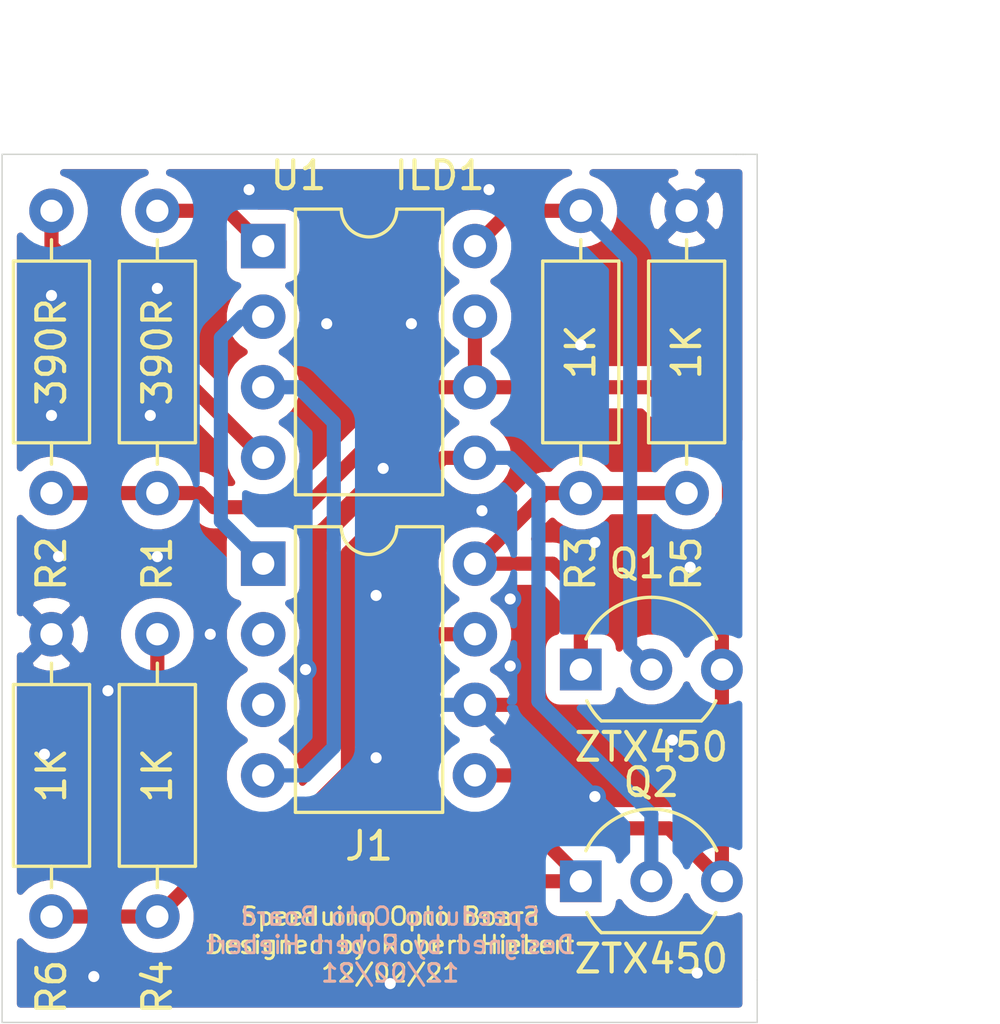
<source format=kicad_pcb>
(kicad_pcb (version 20171130) (host pcbnew "(5.1.6)-1")

  (general
    (thickness 1.6)
    (drawings 11)
    (tracks 94)
    (zones 0)
    (modules 10)
    (nets 13)
  )

  (page A4)
  (layers
    (0 F.Cu signal)
    (31 B.Cu signal)
    (32 B.Adhes user)
    (33 F.Adhes user)
    (34 B.Paste user)
    (35 F.Paste user)
    (36 B.SilkS user)
    (37 F.SilkS user)
    (38 B.Mask user)
    (39 F.Mask user)
    (40 Dwgs.User user)
    (41 Cmts.User user)
    (42 Eco1.User user)
    (43 Eco2.User user)
    (44 Edge.Cuts user)
    (45 Margin user)
    (46 B.CrtYd user)
    (47 F.CrtYd user)
    (48 B.Fab user)
    (49 F.Fab user)
  )

  (setup
    (last_trace_width 0.25)
    (trace_clearance 0.2)
    (zone_clearance 0.508)
    (zone_45_only no)
    (trace_min 0.2)
    (via_size 0.8)
    (via_drill 0.4)
    (via_min_size 0.4)
    (via_min_drill 0.3)
    (uvia_size 0.3)
    (uvia_drill 0.1)
    (uvias_allowed no)
    (uvia_min_size 0.2)
    (uvia_min_drill 0.1)
    (edge_width 0.05)
    (segment_width 0.2)
    (pcb_text_width 0.3)
    (pcb_text_size 1.5 1.5)
    (mod_edge_width 0.12)
    (mod_text_size 1 1)
    (mod_text_width 0.15)
    (pad_size 1.524 1.524)
    (pad_drill 0.762)
    (pad_to_mask_clearance 0.05)
    (aux_axis_origin 0 0)
    (visible_elements 7FFFF7FF)
    (pcbplotparams
      (layerselection 0x010fc_ffffffff)
      (usegerberextensions false)
      (usegerberattributes true)
      (usegerberadvancedattributes true)
      (creategerberjobfile true)
      (excludeedgelayer true)
      (linewidth 0.100000)
      (plotframeref false)
      (viasonmask false)
      (mode 1)
      (useauxorigin false)
      (hpglpennumber 1)
      (hpglpenspeed 20)
      (hpglpendiameter 15.000000)
      (psnegative false)
      (psa4output false)
      (plotreference true)
      (plotvalue true)
      (plotinvisibletext false)
      (padsonsilk false)
      (subtractmaskfromsilk false)
      (outputformat 1)
      (mirror false)
      (drillshape 0)
      (scaleselection 1)
      (outputdirectory ""))
  )

  (net 0 "")
  (net 1 CKP-CPU)
  (net 2 CMP)
  (net 3 CMP-CPU)
  (net 4 "Net-(J1-Pad3)")
  (net 5 GND)
  (net 6 "Net-(J1-Pad2)")
  (net 7 +5V)
  (net 8 CKP)
  (net 9 "Net-(Q1-Pad2)")
  (net 10 "Net-(Q2-Pad2)")
  (net 11 "Net-(R1-Pad2)")
  (net 12 "Net-(R2-Pad1)")

  (net_class Default "This is the default net class."
    (clearance 0.2)
    (trace_width 0.25)
    (via_dia 0.8)
    (via_drill 0.4)
    (uvia_dia 0.3)
    (uvia_drill 0.1)
    (add_net +5V)
    (add_net CKP)
    (add_net CKP-CPU)
    (add_net CMP)
    (add_net CMP-CPU)
    (add_net GND)
    (add_net "Net-(J1-Pad2)")
    (add_net "Net-(J1-Pad3)")
    (add_net "Net-(Q1-Pad2)")
    (add_net "Net-(Q2-Pad2)")
    (add_net "Net-(R1-Pad2)")
    (add_net "Net-(R2-Pad1)")
  )

  (module Package_DIP:DIP-8_W7.62mm (layer F.Cu) (tedit 5A02E8C5) (tstamp 61A9F59F)
    (at 154.94 68.58)
    (descr "8-lead though-hole mounted DIP package, row spacing 7.62 mm (300 mils)")
    (tags "THT DIP DIL PDIP 2.54mm 7.62mm 300mil")
    (path /61A9DE2E)
    (fp_text reference U1 (at 1.27 -2.54) (layer F.SilkS)
      (effects (font (size 1 1) (thickness 0.15)))
    )
    (fp_text value ILD1 (at 6.35 -2.54) (layer F.SilkS)
      (effects (font (size 1 1) (thickness 0.15)))
    )
    (fp_line (start 1.635 -1.27) (end 6.985 -1.27) (layer F.Fab) (width 0.1))
    (fp_line (start 6.985 -1.27) (end 6.985 8.89) (layer F.Fab) (width 0.1))
    (fp_line (start 6.985 8.89) (end 0.635 8.89) (layer F.Fab) (width 0.1))
    (fp_line (start 0.635 8.89) (end 0.635 -0.27) (layer F.Fab) (width 0.1))
    (fp_line (start 0.635 -0.27) (end 1.635 -1.27) (layer F.Fab) (width 0.1))
    (fp_line (start 2.81 -1.33) (end 1.16 -1.33) (layer F.SilkS) (width 0.12))
    (fp_line (start 1.16 -1.33) (end 1.16 8.95) (layer F.SilkS) (width 0.12))
    (fp_line (start 1.16 8.95) (end 6.46 8.95) (layer F.SilkS) (width 0.12))
    (fp_line (start 6.46 8.95) (end 6.46 -1.33) (layer F.SilkS) (width 0.12))
    (fp_line (start 6.46 -1.33) (end 4.81 -1.33) (layer F.SilkS) (width 0.12))
    (fp_line (start -1.1 -1.55) (end -1.1 9.15) (layer F.CrtYd) (width 0.05))
    (fp_line (start -1.1 9.15) (end 8.7 9.15) (layer F.CrtYd) (width 0.05))
    (fp_line (start 8.7 9.15) (end 8.7 -1.55) (layer F.CrtYd) (width 0.05))
    (fp_line (start 8.7 -1.55) (end -1.1 -1.55) (layer F.CrtYd) (width 0.05))
    (fp_text user %R (at 3.81 3.81) (layer F.Fab)
      (effects (font (size 1 1) (thickness 0.15)))
    )
    (fp_arc (start 3.81 -1.33) (end 2.81 -1.33) (angle -180) (layer F.SilkS) (width 0.12))
    (pad 8 thru_hole oval (at 7.62 0) (size 1.6 1.6) (drill 0.8) (layers *.Cu *.Mask)
      (net 9 "Net-(Q1-Pad2)"))
    (pad 4 thru_hole oval (at 0 7.62) (size 1.6 1.6) (drill 0.8) (layers *.Cu *.Mask)
      (net 12 "Net-(R2-Pad1)"))
    (pad 7 thru_hole oval (at 7.62 2.54) (size 1.6 1.6) (drill 0.8) (layers *.Cu *.Mask)
      (net 7 +5V))
    (pad 3 thru_hole oval (at 0 5.08) (size 1.6 1.6) (drill 0.8) (layers *.Cu *.Mask)
      (net 2 CMP))
    (pad 6 thru_hole oval (at 7.62 5.08) (size 1.6 1.6) (drill 0.8) (layers *.Cu *.Mask)
      (net 7 +5V))
    (pad 2 thru_hole oval (at 0 2.54) (size 1.6 1.6) (drill 0.8) (layers *.Cu *.Mask)
      (net 8 CKP))
    (pad 5 thru_hole oval (at 7.62 7.62) (size 1.6 1.6) (drill 0.8) (layers *.Cu *.Mask)
      (net 10 "Net-(Q2-Pad2)"))
    (pad 1 thru_hole rect (at 0 0) (size 1.6 1.6) (drill 0.8) (layers *.Cu *.Mask)
      (net 11 "Net-(R1-Pad2)"))
    (model ${KISYS3DMOD}/Package_DIP.3dshapes/DIP-8_W7.62mm.wrl
      (at (xyz 0 0 0))
      (scale (xyz 1 1 1))
      (rotate (xyz 0 0 0))
    )
  )

  (module Resistor_THT:R_Axial_DIN0207_L6.3mm_D2.5mm_P10.16mm_Horizontal (layer F.Cu) (tedit 5AE5139B) (tstamp 61A9F583)
    (at 147.32 82.55 270)
    (descr "Resistor, Axial_DIN0207 series, Axial, Horizontal, pin pitch=10.16mm, 0.25W = 1/4W, length*diameter=6.3*2.5mm^2, http://cdn-reichelt.de/documents/datenblatt/B400/1_4W%23YAG.pdf")
    (tags "Resistor Axial_DIN0207 series Axial Horizontal pin pitch 10.16mm 0.25W = 1/4W length 6.3mm diameter 2.5mm")
    (path /61AB4DFC)
    (fp_text reference R6 (at 12.7 0 90) (layer F.SilkS)
      (effects (font (size 1 1) (thickness 0.15)))
    )
    (fp_text value 1K (at 5.08 0 90) (layer F.SilkS)
      (effects (font (size 1 1) (thickness 0.15)))
    )
    (fp_line (start 1.93 -1.25) (end 1.93 1.25) (layer F.Fab) (width 0.1))
    (fp_line (start 1.93 1.25) (end 8.23 1.25) (layer F.Fab) (width 0.1))
    (fp_line (start 8.23 1.25) (end 8.23 -1.25) (layer F.Fab) (width 0.1))
    (fp_line (start 8.23 -1.25) (end 1.93 -1.25) (layer F.Fab) (width 0.1))
    (fp_line (start 0 0) (end 1.93 0) (layer F.Fab) (width 0.1))
    (fp_line (start 10.16 0) (end 8.23 0) (layer F.Fab) (width 0.1))
    (fp_line (start 1.81 -1.37) (end 1.81 1.37) (layer F.SilkS) (width 0.12))
    (fp_line (start 1.81 1.37) (end 8.35 1.37) (layer F.SilkS) (width 0.12))
    (fp_line (start 8.35 1.37) (end 8.35 -1.37) (layer F.SilkS) (width 0.12))
    (fp_line (start 8.35 -1.37) (end 1.81 -1.37) (layer F.SilkS) (width 0.12))
    (fp_line (start 1.04 0) (end 1.81 0) (layer F.SilkS) (width 0.12))
    (fp_line (start 9.12 0) (end 8.35 0) (layer F.SilkS) (width 0.12))
    (fp_line (start -1.05 -1.5) (end -1.05 1.5) (layer F.CrtYd) (width 0.05))
    (fp_line (start -1.05 1.5) (end 11.21 1.5) (layer F.CrtYd) (width 0.05))
    (fp_line (start 11.21 1.5) (end 11.21 -1.5) (layer F.CrtYd) (width 0.05))
    (fp_line (start 11.21 -1.5) (end -1.05 -1.5) (layer F.CrtYd) (width 0.05))
    (fp_text user %R (at 12.7 0 90) (layer F.Fab)
      (effects (font (size 1 1) (thickness 0.15)))
    )
    (pad 2 thru_hole oval (at 10.16 0 270) (size 1.6 1.6) (drill 0.8) (layers *.Cu *.Mask)
      (net 3 CMP-CPU))
    (pad 1 thru_hole circle (at 0 0 270) (size 1.6 1.6) (drill 0.8) (layers *.Cu *.Mask)
      (net 5 GND))
    (model ${KISYS3DMOD}/Resistor_THT.3dshapes/R_Axial_DIN0207_L6.3mm_D2.5mm_P10.16mm_Horizontal.wrl
      (at (xyz 0 0 0))
      (scale (xyz 1 1 1))
      (rotate (xyz 0 0 0))
    )
  )

  (module Resistor_THT:R_Axial_DIN0207_L6.3mm_D2.5mm_P10.16mm_Horizontal (layer F.Cu) (tedit 5AE5139B) (tstamp 61A9F56C)
    (at 170.18 67.31 270)
    (descr "Resistor, Axial_DIN0207 series, Axial, Horizontal, pin pitch=10.16mm, 0.25W = 1/4W, length*diameter=6.3*2.5mm^2, http://cdn-reichelt.de/documents/datenblatt/B400/1_4W%23YAG.pdf")
    (tags "Resistor Axial_DIN0207 series Axial Horizontal pin pitch 10.16mm 0.25W = 1/4W length 6.3mm diameter 2.5mm")
    (path /61AB3D8C)
    (fp_text reference R5 (at 12.7 0 90) (layer F.SilkS)
      (effects (font (size 1 1) (thickness 0.15)))
    )
    (fp_text value 1K (at 5.08 3.81 90) (layer F.SilkS)
      (effects (font (size 1 1) (thickness 0.15)))
    )
    (fp_line (start 1.93 -1.25) (end 1.93 1.25) (layer F.Fab) (width 0.1))
    (fp_line (start 1.93 1.25) (end 8.23 1.25) (layer F.Fab) (width 0.1))
    (fp_line (start 8.23 1.25) (end 8.23 -1.25) (layer F.Fab) (width 0.1))
    (fp_line (start 8.23 -1.25) (end 1.93 -1.25) (layer F.Fab) (width 0.1))
    (fp_line (start 0 0) (end 1.93 0) (layer F.Fab) (width 0.1))
    (fp_line (start 10.16 0) (end 8.23 0) (layer F.Fab) (width 0.1))
    (fp_line (start 1.81 -1.37) (end 1.81 1.37) (layer F.SilkS) (width 0.12))
    (fp_line (start 1.81 1.37) (end 8.35 1.37) (layer F.SilkS) (width 0.12))
    (fp_line (start 8.35 1.37) (end 8.35 -1.37) (layer F.SilkS) (width 0.12))
    (fp_line (start 8.35 -1.37) (end 1.81 -1.37) (layer F.SilkS) (width 0.12))
    (fp_line (start 1.04 0) (end 1.81 0) (layer F.SilkS) (width 0.12))
    (fp_line (start 9.12 0) (end 8.35 0) (layer F.SilkS) (width 0.12))
    (fp_line (start -1.05 -1.5) (end -1.05 1.5) (layer F.CrtYd) (width 0.05))
    (fp_line (start -1.05 1.5) (end 11.21 1.5) (layer F.CrtYd) (width 0.05))
    (fp_line (start 11.21 1.5) (end 11.21 -1.5) (layer F.CrtYd) (width 0.05))
    (fp_line (start 11.21 -1.5) (end -1.05 -1.5) (layer F.CrtYd) (width 0.05))
    (fp_text user %R (at 12.7 0 90) (layer F.Fab)
      (effects (font (size 1 1) (thickness 0.15)))
    )
    (pad 2 thru_hole oval (at 10.16 0 270) (size 1.6 1.6) (drill 0.8) (layers *.Cu *.Mask)
      (net 1 CKP-CPU))
    (pad 1 thru_hole circle (at 0 0 270) (size 1.6 1.6) (drill 0.8) (layers *.Cu *.Mask)
      (net 5 GND))
    (model ${KISYS3DMOD}/Resistor_THT.3dshapes/R_Axial_DIN0207_L6.3mm_D2.5mm_P10.16mm_Horizontal.wrl
      (at (xyz 0 0 0))
      (scale (xyz 1 1 1))
      (rotate (xyz 0 0 0))
    )
  )

  (module Resistor_THT:R_Axial_DIN0207_L6.3mm_D2.5mm_P10.16mm_Horizontal (layer F.Cu) (tedit 5AE5139B) (tstamp 61A9F555)
    (at 151.13 92.71 90)
    (descr "Resistor, Axial_DIN0207 series, Axial, Horizontal, pin pitch=10.16mm, 0.25W = 1/4W, length*diameter=6.3*2.5mm^2, http://cdn-reichelt.de/documents/datenblatt/B400/1_4W%23YAG.pdf")
    (tags "Resistor Axial_DIN0207 series Axial Horizontal pin pitch 10.16mm 0.25W = 1/4W length 6.3mm diameter 2.5mm")
    (path /61AB4DF6)
    (fp_text reference R4 (at -2.54 0 90) (layer F.SilkS)
      (effects (font (size 1 1) (thickness 0.15)))
    )
    (fp_text value 1K (at 5.08 0 90) (layer F.SilkS)
      (effects (font (size 1 1) (thickness 0.15)))
    )
    (fp_line (start 1.93 -1.25) (end 1.93 1.25) (layer F.Fab) (width 0.1))
    (fp_line (start 1.93 1.25) (end 8.23 1.25) (layer F.Fab) (width 0.1))
    (fp_line (start 8.23 1.25) (end 8.23 -1.25) (layer F.Fab) (width 0.1))
    (fp_line (start 8.23 -1.25) (end 1.93 -1.25) (layer F.Fab) (width 0.1))
    (fp_line (start 0 0) (end 1.93 0) (layer F.Fab) (width 0.1))
    (fp_line (start 10.16 0) (end 8.23 0) (layer F.Fab) (width 0.1))
    (fp_line (start 1.81 -1.37) (end 1.81 1.37) (layer F.SilkS) (width 0.12))
    (fp_line (start 1.81 1.37) (end 8.35 1.37) (layer F.SilkS) (width 0.12))
    (fp_line (start 8.35 1.37) (end 8.35 -1.37) (layer F.SilkS) (width 0.12))
    (fp_line (start 8.35 -1.37) (end 1.81 -1.37) (layer F.SilkS) (width 0.12))
    (fp_line (start 1.04 0) (end 1.81 0) (layer F.SilkS) (width 0.12))
    (fp_line (start 9.12 0) (end 8.35 0) (layer F.SilkS) (width 0.12))
    (fp_line (start -1.05 -1.5) (end -1.05 1.5) (layer F.CrtYd) (width 0.05))
    (fp_line (start -1.05 1.5) (end 11.21 1.5) (layer F.CrtYd) (width 0.05))
    (fp_line (start 11.21 1.5) (end 11.21 -1.5) (layer F.CrtYd) (width 0.05))
    (fp_line (start 11.21 -1.5) (end -1.05 -1.5) (layer F.CrtYd) (width 0.05))
    (fp_text user %R (at -2.54 0 90) (layer F.Fab)
      (effects (font (size 1 1) (thickness 0.15)))
    )
    (pad 2 thru_hole oval (at 10.16 0 90) (size 1.6 1.6) (drill 0.8) (layers *.Cu *.Mask)
      (net 10 "Net-(Q2-Pad2)"))
    (pad 1 thru_hole circle (at 0 0 90) (size 1.6 1.6) (drill 0.8) (layers *.Cu *.Mask)
      (net 3 CMP-CPU))
    (model ${KISYS3DMOD}/Resistor_THT.3dshapes/R_Axial_DIN0207_L6.3mm_D2.5mm_P10.16mm_Horizontal.wrl
      (at (xyz 0 0 0))
      (scale (xyz 1 1 1))
      (rotate (xyz 0 0 0))
    )
  )

  (module Resistor_THT:R_Axial_DIN0207_L6.3mm_D2.5mm_P10.16mm_Horizontal (layer F.Cu) (tedit 5AE5139B) (tstamp 61A9F53E)
    (at 166.37 77.47 90)
    (descr "Resistor, Axial_DIN0207 series, Axial, Horizontal, pin pitch=10.16mm, 0.25W = 1/4W, length*diameter=6.3*2.5mm^2, http://cdn-reichelt.de/documents/datenblatt/B400/1_4W%23YAG.pdf")
    (tags "Resistor Axial_DIN0207 series Axial Horizontal pin pitch 10.16mm 0.25W = 1/4W length 6.3mm diameter 2.5mm")
    (path /61AB378B)
    (fp_text reference R3 (at -2.54 0 90) (layer F.SilkS)
      (effects (font (size 1 1) (thickness 0.15)))
    )
    (fp_text value 1K (at 5.08 3.81 90) (layer F.SilkS)
      (effects (font (size 1 1) (thickness 0.15)))
    )
    (fp_line (start 1.93 -1.25) (end 1.93 1.25) (layer F.Fab) (width 0.1))
    (fp_line (start 1.93 1.25) (end 8.23 1.25) (layer F.Fab) (width 0.1))
    (fp_line (start 8.23 1.25) (end 8.23 -1.25) (layer F.Fab) (width 0.1))
    (fp_line (start 8.23 -1.25) (end 1.93 -1.25) (layer F.Fab) (width 0.1))
    (fp_line (start 0 0) (end 1.93 0) (layer F.Fab) (width 0.1))
    (fp_line (start 10.16 0) (end 8.23 0) (layer F.Fab) (width 0.1))
    (fp_line (start 1.81 -1.37) (end 1.81 1.37) (layer F.SilkS) (width 0.12))
    (fp_line (start 1.81 1.37) (end 8.35 1.37) (layer F.SilkS) (width 0.12))
    (fp_line (start 8.35 1.37) (end 8.35 -1.37) (layer F.SilkS) (width 0.12))
    (fp_line (start 8.35 -1.37) (end 1.81 -1.37) (layer F.SilkS) (width 0.12))
    (fp_line (start 1.04 0) (end 1.81 0) (layer F.SilkS) (width 0.12))
    (fp_line (start 9.12 0) (end 8.35 0) (layer F.SilkS) (width 0.12))
    (fp_line (start -1.05 -1.5) (end -1.05 1.5) (layer F.CrtYd) (width 0.05))
    (fp_line (start -1.05 1.5) (end 11.21 1.5) (layer F.CrtYd) (width 0.05))
    (fp_line (start 11.21 1.5) (end 11.21 -1.5) (layer F.CrtYd) (width 0.05))
    (fp_line (start 11.21 -1.5) (end -1.05 -1.5) (layer F.CrtYd) (width 0.05))
    (fp_text user %R (at -2.54 0 90) (layer F.Fab)
      (effects (font (size 1 1) (thickness 0.15)))
    )
    (pad 2 thru_hole oval (at 10.16 0 90) (size 1.6 1.6) (drill 0.8) (layers *.Cu *.Mask)
      (net 9 "Net-(Q1-Pad2)"))
    (pad 1 thru_hole circle (at 0 0 90) (size 1.6 1.6) (drill 0.8) (layers *.Cu *.Mask)
      (net 1 CKP-CPU))
    (model ${KISYS3DMOD}/Resistor_THT.3dshapes/R_Axial_DIN0207_L6.3mm_D2.5mm_P10.16mm_Horizontal.wrl
      (at (xyz 0 0 0))
      (scale (xyz 1 1 1))
      (rotate (xyz 0 0 0))
    )
  )

  (module Resistor_THT:R_Axial_DIN0207_L6.3mm_D2.5mm_P10.16mm_Horizontal (layer F.Cu) (tedit 5AE5139B) (tstamp 61A9F527)
    (at 147.32 67.31 270)
    (descr "Resistor, Axial_DIN0207 series, Axial, Horizontal, pin pitch=10.16mm, 0.25W = 1/4W, length*diameter=6.3*2.5mm^2, http://cdn-reichelt.de/documents/datenblatt/B400/1_4W%23YAG.pdf")
    (tags "Resistor Axial_DIN0207 series Axial Horizontal pin pitch 10.16mm 0.25W = 1/4W length 6.3mm diameter 2.5mm")
    (path /61A9A3C2)
    (fp_text reference R2 (at 12.7 0 90) (layer F.SilkS)
      (effects (font (size 1 1) (thickness 0.15)))
    )
    (fp_text value 390R (at 5.08 0 90) (layer F.SilkS)
      (effects (font (size 1 1) (thickness 0.15)))
    )
    (fp_line (start 1.93 -1.25) (end 1.93 1.25) (layer F.Fab) (width 0.1))
    (fp_line (start 1.93 1.25) (end 8.23 1.25) (layer F.Fab) (width 0.1))
    (fp_line (start 8.23 1.25) (end 8.23 -1.25) (layer F.Fab) (width 0.1))
    (fp_line (start 8.23 -1.25) (end 1.93 -1.25) (layer F.Fab) (width 0.1))
    (fp_line (start 0 0) (end 1.93 0) (layer F.Fab) (width 0.1))
    (fp_line (start 10.16 0) (end 8.23 0) (layer F.Fab) (width 0.1))
    (fp_line (start 1.81 -1.37) (end 1.81 1.37) (layer F.SilkS) (width 0.12))
    (fp_line (start 1.81 1.37) (end 8.35 1.37) (layer F.SilkS) (width 0.12))
    (fp_line (start 8.35 1.37) (end 8.35 -1.37) (layer F.SilkS) (width 0.12))
    (fp_line (start 8.35 -1.37) (end 1.81 -1.37) (layer F.SilkS) (width 0.12))
    (fp_line (start 1.04 0) (end 1.81 0) (layer F.SilkS) (width 0.12))
    (fp_line (start 9.12 0) (end 8.35 0) (layer F.SilkS) (width 0.12))
    (fp_line (start -1.05 -1.5) (end -1.05 1.5) (layer F.CrtYd) (width 0.05))
    (fp_line (start -1.05 1.5) (end 11.21 1.5) (layer F.CrtYd) (width 0.05))
    (fp_line (start 11.21 1.5) (end 11.21 -1.5) (layer F.CrtYd) (width 0.05))
    (fp_line (start 11.21 -1.5) (end -1.05 -1.5) (layer F.CrtYd) (width 0.05))
    (fp_text user %R (at 12.7 0 90) (layer F.Fab)
      (effects (font (size 1 1) (thickness 0.15)))
    )
    (pad 2 thru_hole oval (at 10.16 0 270) (size 1.6 1.6) (drill 0.8) (layers *.Cu *.Mask)
      (net 7 +5V))
    (pad 1 thru_hole circle (at 0 0 270) (size 1.6 1.6) (drill 0.8) (layers *.Cu *.Mask)
      (net 12 "Net-(R2-Pad1)"))
    (model ${KISYS3DMOD}/Resistor_THT.3dshapes/R_Axial_DIN0207_L6.3mm_D2.5mm_P10.16mm_Horizontal.wrl
      (at (xyz 0 0 0))
      (scale (xyz 1 1 1))
      (rotate (xyz 0 0 0))
    )
  )

  (module Resistor_THT:R_Axial_DIN0207_L6.3mm_D2.5mm_P10.16mm_Horizontal (layer F.Cu) (tedit 5AE5139B) (tstamp 61A9F510)
    (at 151.13 77.47 90)
    (descr "Resistor, Axial_DIN0207 series, Axial, Horizontal, pin pitch=10.16mm, 0.25W = 1/4W, length*diameter=6.3*2.5mm^2, http://cdn-reichelt.de/documents/datenblatt/B400/1_4W%23YAG.pdf")
    (tags "Resistor Axial_DIN0207 series Axial Horizontal pin pitch 10.16mm 0.25W = 1/4W length 6.3mm diameter 2.5mm")
    (path /61A9997C)
    (fp_text reference R1 (at -2.54 0 90) (layer F.SilkS)
      (effects (font (size 1 1) (thickness 0.15)))
    )
    (fp_text value 390R (at 5.08 0 90) (layer F.SilkS)
      (effects (font (size 1 1) (thickness 0.15)))
    )
    (fp_line (start 1.93 -1.25) (end 1.93 1.25) (layer F.Fab) (width 0.1))
    (fp_line (start 1.93 1.25) (end 8.23 1.25) (layer F.Fab) (width 0.1))
    (fp_line (start 8.23 1.25) (end 8.23 -1.25) (layer F.Fab) (width 0.1))
    (fp_line (start 8.23 -1.25) (end 1.93 -1.25) (layer F.Fab) (width 0.1))
    (fp_line (start 0 0) (end 1.93 0) (layer F.Fab) (width 0.1))
    (fp_line (start 10.16 0) (end 8.23 0) (layer F.Fab) (width 0.1))
    (fp_line (start 1.81 -1.37) (end 1.81 1.37) (layer F.SilkS) (width 0.12))
    (fp_line (start 1.81 1.37) (end 8.35 1.37) (layer F.SilkS) (width 0.12))
    (fp_line (start 8.35 1.37) (end 8.35 -1.37) (layer F.SilkS) (width 0.12))
    (fp_line (start 8.35 -1.37) (end 1.81 -1.37) (layer F.SilkS) (width 0.12))
    (fp_line (start 1.04 0) (end 1.81 0) (layer F.SilkS) (width 0.12))
    (fp_line (start 9.12 0) (end 8.35 0) (layer F.SilkS) (width 0.12))
    (fp_line (start -1.05 -1.5) (end -1.05 1.5) (layer F.CrtYd) (width 0.05))
    (fp_line (start -1.05 1.5) (end 11.21 1.5) (layer F.CrtYd) (width 0.05))
    (fp_line (start 11.21 1.5) (end 11.21 -1.5) (layer F.CrtYd) (width 0.05))
    (fp_line (start 11.21 -1.5) (end -1.05 -1.5) (layer F.CrtYd) (width 0.05))
    (fp_text user %R (at -2.54 0 90) (layer F.Fab)
      (effects (font (size 1 1) (thickness 0.15)))
    )
    (pad 2 thru_hole oval (at 10.16 0 90) (size 1.6 1.6) (drill 0.8) (layers *.Cu *.Mask)
      (net 11 "Net-(R1-Pad2)"))
    (pad 1 thru_hole circle (at 0 0 90) (size 1.6 1.6) (drill 0.8) (layers *.Cu *.Mask)
      (net 7 +5V))
    (model ${KISYS3DMOD}/Resistor_THT.3dshapes/R_Axial_DIN0207_L6.3mm_D2.5mm_P10.16mm_Horizontal.wrl
      (at (xyz 0 0 0))
      (scale (xyz 1 1 1))
      (rotate (xyz 0 0 0))
    )
  )

  (module Package_TO_SOT_THT:TO-92_Inline_Wide (layer F.Cu) (tedit 5A02FF81) (tstamp 61A9F4F9)
    (at 166.37 91.44)
    (descr "TO-92 leads in-line, wide, drill 0.75mm (see NXP sot054_po.pdf)")
    (tags "to-92 sc-43 sc-43a sot54 PA33 transistor")
    (path /61A9AD7A)
    (fp_text reference Q2 (at 2.54 -3.56) (layer F.SilkS)
      (effects (font (size 1 1) (thickness 0.15)))
    )
    (fp_text value ZTX450 (at 2.54 2.79) (layer F.SilkS)
      (effects (font (size 1 1) (thickness 0.15)))
    )
    (fp_line (start 0.74 1.85) (end 4.34 1.85) (layer F.SilkS) (width 0.12))
    (fp_line (start 0.8 1.75) (end 4.3 1.75) (layer F.Fab) (width 0.1))
    (fp_line (start -1.01 -2.73) (end 6.09 -2.73) (layer F.CrtYd) (width 0.05))
    (fp_line (start -1.01 -2.73) (end -1.01 2.01) (layer F.CrtYd) (width 0.05))
    (fp_line (start 6.09 2.01) (end 6.09 -2.73) (layer F.CrtYd) (width 0.05))
    (fp_line (start 6.09 2.01) (end -1.01 2.01) (layer F.CrtYd) (width 0.05))
    (fp_arc (start 2.54 0) (end 4.34 1.85) (angle -20) (layer F.SilkS) (width 0.12))
    (fp_arc (start 2.54 0) (end 2.54 -2.48) (angle -135) (layer F.Fab) (width 0.1))
    (fp_arc (start 2.54 0) (end 2.54 -2.48) (angle 135) (layer F.Fab) (width 0.1))
    (fp_arc (start 2.54 0) (end 2.54 -2.6) (angle 65) (layer F.SilkS) (width 0.12))
    (fp_arc (start 2.54 0) (end 2.54 -2.6) (angle -65) (layer F.SilkS) (width 0.12))
    (fp_arc (start 2.54 0) (end 0.74 1.85) (angle 20) (layer F.SilkS) (width 0.12))
    (fp_text user %R (at 2.54 -3.56) (layer F.Fab)
      (effects (font (size 1 1) (thickness 0.15)))
    )
    (pad 1 thru_hole rect (at 0 0 90) (size 1.5 1.5) (drill 0.8) (layers *.Cu *.Mask)
      (net 3 CMP-CPU))
    (pad 3 thru_hole circle (at 5.08 0 90) (size 1.5 1.5) (drill 0.8) (layers *.Cu *.Mask)
      (net 7 +5V))
    (pad 2 thru_hole circle (at 2.54 0 90) (size 1.5 1.5) (drill 0.8) (layers *.Cu *.Mask)
      (net 10 "Net-(Q2-Pad2)"))
    (model ${KISYS3DMOD}/Package_TO_SOT_THT.3dshapes/TO-92_Inline_Wide.wrl
      (at (xyz 0 0 0))
      (scale (xyz 1 1 1))
      (rotate (xyz 0 0 0))
    )
  )

  (module Package_TO_SOT_THT:TO-92_Inline_Wide (layer F.Cu) (tedit 5A02FF81) (tstamp 61A9F4E5)
    (at 166.37 83.82)
    (descr "TO-92 leads in-line, wide, drill 0.75mm (see NXP sot054_po.pdf)")
    (tags "to-92 sc-43 sc-43a sot54 PA33 transistor")
    (path /61A9B8E2)
    (fp_text reference Q1 (at 2.032 -3.81) (layer F.SilkS)
      (effects (font (size 1 1) (thickness 0.15)))
    )
    (fp_text value ZTX450 (at 2.54 2.79) (layer F.SilkS)
      (effects (font (size 1 1) (thickness 0.15)))
    )
    (fp_line (start 0.74 1.85) (end 4.34 1.85) (layer F.SilkS) (width 0.12))
    (fp_line (start 0.8 1.75) (end 4.3 1.75) (layer F.Fab) (width 0.1))
    (fp_line (start -1.01 -2.73) (end 6.09 -2.73) (layer F.CrtYd) (width 0.05))
    (fp_line (start -1.01 -2.73) (end -1.01 2.01) (layer F.CrtYd) (width 0.05))
    (fp_line (start 6.09 2.01) (end 6.09 -2.73) (layer F.CrtYd) (width 0.05))
    (fp_line (start 6.09 2.01) (end -1.01 2.01) (layer F.CrtYd) (width 0.05))
    (fp_arc (start 2.54 0) (end 4.34 1.85) (angle -20) (layer F.SilkS) (width 0.12))
    (fp_arc (start 2.54 0) (end 2.54 -2.48) (angle -135) (layer F.Fab) (width 0.1))
    (fp_arc (start 2.54 0) (end 2.54 -2.48) (angle 135) (layer F.Fab) (width 0.1))
    (fp_arc (start 2.54 0) (end 2.54 -2.6) (angle 65) (layer F.SilkS) (width 0.12))
    (fp_arc (start 2.54 0) (end 2.54 -2.6) (angle -65) (layer F.SilkS) (width 0.12))
    (fp_arc (start 2.54 0) (end 0.74 1.85) (angle 20) (layer F.SilkS) (width 0.12))
    (fp_text user %R (at 2.54 -3.56) (layer F.Fab)
      (effects (font (size 1 1) (thickness 0.15)))
    )
    (pad 1 thru_hole rect (at 0 0 90) (size 1.5 1.5) (drill 0.8) (layers *.Cu *.Mask)
      (net 1 CKP-CPU))
    (pad 3 thru_hole circle (at 5.08 0 90) (size 1.5 1.5) (drill 0.8) (layers *.Cu *.Mask)
      (net 7 +5V))
    (pad 2 thru_hole circle (at 2.54 0 90) (size 1.5 1.5) (drill 0.8) (layers *.Cu *.Mask)
      (net 9 "Net-(Q1-Pad2)"))
    (model ${KISYS3DMOD}/Package_TO_SOT_THT.3dshapes/TO-92_Inline_Wide.wrl
      (at (xyz 0 0 0))
      (scale (xyz 1 1 1))
      (rotate (xyz 0 0 0))
    )
  )

  (module Package_DIP:DIP-8_W7.62mm (layer F.Cu) (tedit 5A02E8C5) (tstamp 61A9F4D1)
    (at 154.94 80.01)
    (descr "8-lead though-hole mounted DIP package, row spacing 7.62 mm (300 mils)")
    (tags "THT DIP DIL PDIP 2.54mm 7.62mm 300mil")
    (path /61AA8EF8)
    (fp_text reference J1 (at 3.81 10.16) (layer F.SilkS)
      (effects (font (size 1 1) (thickness 0.15)))
    )
    (fp_text value Conn_02x04_Counter_Clockwise (at 3.81 9.95) (layer F.Fab)
      (effects (font (size 1 1) (thickness 0.15)))
    )
    (fp_line (start 1.635 -1.27) (end 6.985 -1.27) (layer F.Fab) (width 0.1))
    (fp_line (start 6.985 -1.27) (end 6.985 8.89) (layer F.Fab) (width 0.1))
    (fp_line (start 6.985 8.89) (end 0.635 8.89) (layer F.Fab) (width 0.1))
    (fp_line (start 0.635 8.89) (end 0.635 -0.27) (layer F.Fab) (width 0.1))
    (fp_line (start 0.635 -0.27) (end 1.635 -1.27) (layer F.Fab) (width 0.1))
    (fp_line (start 2.81 -1.33) (end 1.16 -1.33) (layer F.SilkS) (width 0.12))
    (fp_line (start 1.16 -1.33) (end 1.16 8.95) (layer F.SilkS) (width 0.12))
    (fp_line (start 1.16 8.95) (end 6.46 8.95) (layer F.SilkS) (width 0.12))
    (fp_line (start 6.46 8.95) (end 6.46 -1.33) (layer F.SilkS) (width 0.12))
    (fp_line (start 6.46 -1.33) (end 4.81 -1.33) (layer F.SilkS) (width 0.12))
    (fp_line (start -1.1 -1.55) (end -1.1 9.15) (layer F.CrtYd) (width 0.05))
    (fp_line (start -1.1 9.15) (end 8.7 9.15) (layer F.CrtYd) (width 0.05))
    (fp_line (start 8.7 9.15) (end 8.7 -1.55) (layer F.CrtYd) (width 0.05))
    (fp_line (start 8.7 -1.55) (end -1.1 -1.55) (layer F.CrtYd) (width 0.05))
    (fp_text user %R (at 3.81 3.81) (layer F.Fab)
      (effects (font (size 1 1) (thickness 0.15)))
    )
    (fp_arc (start 3.81 -1.33) (end 2.81 -1.33) (angle -180) (layer F.SilkS) (width 0.12))
    (pad 8 thru_hole oval (at 7.62 0) (size 1.6 1.6) (drill 0.8) (layers *.Cu *.Mask)
      (net 1 CKP-CPU))
    (pad 4 thru_hole oval (at 0 7.62) (size 1.6 1.6) (drill 0.8) (layers *.Cu *.Mask)
      (net 2 CMP))
    (pad 7 thru_hole oval (at 7.62 2.54) (size 1.6 1.6) (drill 0.8) (layers *.Cu *.Mask)
      (net 3 CMP-CPU))
    (pad 3 thru_hole oval (at 0 5.08) (size 1.6 1.6) (drill 0.8) (layers *.Cu *.Mask)
      (net 4 "Net-(J1-Pad3)"))
    (pad 6 thru_hole oval (at 7.62 5.08) (size 1.6 1.6) (drill 0.8) (layers *.Cu *.Mask)
      (net 5 GND))
    (pad 2 thru_hole oval (at 0 2.54) (size 1.6 1.6) (drill 0.8) (layers *.Cu *.Mask)
      (net 6 "Net-(J1-Pad2)"))
    (pad 5 thru_hole oval (at 7.62 7.62) (size 1.6 1.6) (drill 0.8) (layers *.Cu *.Mask)
      (net 7 +5V))
    (pad 1 thru_hole rect (at 0 0) (size 1.6 1.6) (drill 0.8) (layers *.Cu *.Mask)
      (net 8 CKP))
    (model ${KISYS3DMOD}/Package_DIP.3dshapes/DIP-8_W7.62mm.wrl
      (at (xyz 0 0 0))
      (scale (xyz 1 1 1))
      (rotate (xyz 0 0 0))
    )
  )

  (dimension 31.242 (width 0.15) (layer Dwgs.User)
    (gr_text "1.2300 in" (at 180.116 80.899 270) (layer Dwgs.User)
      (effects (font (size 1 1) (thickness 0.15)))
    )
    (feature1 (pts (xy 172.72 96.52) (xy 179.402421 96.52)))
    (feature2 (pts (xy 172.72 65.278) (xy 179.402421 65.278)))
    (crossbar (pts (xy 178.816 65.278) (xy 178.816 96.52)))
    (arrow1a (pts (xy 178.816 96.52) (xy 178.229579 95.393496)))
    (arrow1b (pts (xy 178.816 96.52) (xy 179.402421 95.393496)))
    (arrow2a (pts (xy 178.816 65.278) (xy 178.229579 66.404504)))
    (arrow2b (pts (xy 178.816 65.278) (xy 179.402421 66.404504)))
  )
  (dimension 27.178 (width 0.15) (layer Dwgs.User)
    (gr_text "1.0700 in" (at 159.131 60.422) (layer Dwgs.User)
      (effects (font (size 1 1) (thickness 0.15)))
    )
    (feature1 (pts (xy 172.72 65.278) (xy 172.72 61.135579)))
    (feature2 (pts (xy 145.542 65.278) (xy 145.542 61.135579)))
    (crossbar (pts (xy 145.542 61.722) (xy 172.72 61.722)))
    (arrow1a (pts (xy 172.72 61.722) (xy 171.593496 62.308421)))
    (arrow1b (pts (xy 172.72 61.722) (xy 171.593496 61.135579)))
    (arrow2a (pts (xy 145.542 61.722) (xy 146.668504 62.308421)))
    (arrow2b (pts (xy 145.542 61.722) (xy 146.668504 61.135579)))
  )
  (gr_text "Speeduino Opto Board\nDesigned by Robert Hiebert\n12/02/21" (at 159.512 93.726) (layer B.SilkS)
    (effects (font (size 0.635 0.635) (thickness 0.1016)) (justify mirror))
  )
  (gr_text "Speeduino Opto Board\nDesigned by Robert Hiebert\n12/02/21" (at 159.512 93.726) (layer F.SilkS)
    (effects (font (size 0.635 0.635) (thickness 0.1016)))
  )
  (gr_line (start 145.542 96.52) (end 145.542 65.278) (layer Edge.Cuts) (width 0.05) (tstamp 61AA0602))
  (gr_line (start 172.72 96.52) (end 145.542 96.52) (layer Edge.Cuts) (width 0.05))
  (gr_line (start 172.72 94.996) (end 172.72 96.52) (layer Edge.Cuts) (width 0.05))
  (gr_line (start 172.72 65.278) (end 172.72 94.996) (layer Edge.Cuts) (width 0.05))
  (gr_line (start 172.212 65.278) (end 172.72 65.278) (layer Edge.Cuts) (width 0.05))
  (gr_line (start 171.958 65.278) (end 172.212 65.278) (layer Edge.Cuts) (width 0.05))
  (gr_line (start 145.542 65.278) (end 171.958 65.278) (layer Edge.Cuts) (width 0.05))

  (segment (start 170.18 77.47) (end 166.37 77.47) (width 0.508) (layer F.Cu) (net 1))
  (segment (start 165.1 77.47) (end 162.56 80.01) (width 0.508) (layer F.Cu) (net 1))
  (segment (start 166.37 77.47) (end 165.1 77.47) (width 0.508) (layer F.Cu) (net 1))
  (segment (start 162.56 80.01) (end 165.354 80.01) (width 0.508) (layer F.Cu) (net 1))
  (segment (start 166.37 81.026) (end 166.37 83.82) (width 0.508) (layer F.Cu) (net 1))
  (segment (start 165.354 80.01) (end 166.37 81.026) (width 0.508) (layer F.Cu) (net 1))
  (segment (start 154.94 73.66) (end 156.21 73.66) (width 0.508) (layer B.Cu) (net 2))
  (segment (start 156.21 73.66) (end 157.48 74.93) (width 0.508) (layer B.Cu) (net 2))
  (segment (start 157.48 74.93) (end 157.48 86.614) (width 0.508) (layer B.Cu) (net 2))
  (segment (start 156.464 87.63) (end 154.94 87.63) (width 0.508) (layer B.Cu) (net 2))
  (segment (start 157.48 86.614) (end 156.464 87.63) (width 0.508) (layer B.Cu) (net 2))
  (segment (start 166.116 91.186) (end 166.37 91.44) (width 0.508) (layer F.Cu) (net 3))
  (segment (start 147.32 92.71) (end 151.13 92.71) (width 0.508) (layer F.Cu) (net 3))
  (segment (start 151.13 92.71) (end 152.4 91.44) (width 0.508) (layer F.Cu) (net 3))
  (segment (start 152.4 91.44) (end 166.37 91.44) (width 0.508) (layer F.Cu) (net 3))
  (segment (start 166.37 91.44) (end 166.37 91.313) (width 0.508) (layer F.Cu) (net 3))
  (segment (start 166.37 91.313) (end 164.592 89.535) (width 0.508) (layer F.Cu) (net 3))
  (segment (start 164.592 89.535) (end 161.798 89.535) (width 0.508) (layer F.Cu) (net 3))
  (segment (start 161.798 89.535) (end 160.274 88.011) (width 0.508) (layer F.Cu) (net 3))
  (segment (start 160.274 88.011) (end 160.274 83.566) (width 0.508) (layer F.Cu) (net 3))
  (segment (start 161.29 82.55) (end 162.56 82.55) (width 0.508) (layer F.Cu) (net 3))
  (segment (start 160.274 83.566) (end 161.29 82.55) (width 0.508) (layer F.Cu) (net 3))
  (via (at 163.068 66.548) (size 0.8) (drill 0.4) (layers F.Cu B.Cu) (net 5))
  (via (at 154.432 66.548) (size 0.8) (drill 0.4) (layers F.Cu B.Cu) (net 5))
  (via (at 157.226 71.374) (size 0.8) (drill 0.4) (layers F.Cu B.Cu) (net 5))
  (via (at 160.274 71.374) (size 0.8) (drill 0.4) (layers F.Cu B.Cu) (net 5))
  (via (at 151.13 70.104) (size 0.8) (drill 0.4) (layers F.Cu B.Cu) (net 5))
  (via (at 147.32 70.358) (size 0.8) (drill 0.4) (layers F.Cu B.Cu) (net 5))
  (via (at 147.32 74.676) (size 0.8) (drill 0.4) (layers F.Cu B.Cu) (net 5))
  (via (at 150.876 74.676) (size 0.8) (drill 0.4) (layers F.Cu B.Cu) (net 5))
  (via (at 151.13 79.756) (size 0.8) (drill 0.4) (layers F.Cu B.Cu) (net 5))
  (via (at 147.574 79.756) (size 0.8) (drill 0.4) (layers F.Cu B.Cu) (net 5))
  (via (at 149.352 84.582) (size 0.8) (drill 0.4) (layers F.Cu B.Cu) (net 5))
  (via (at 147.066 86.868) (size 0.8) (drill 0.4) (layers F.Cu B.Cu) (net 5))
  (via (at 159.258 76.581) (size 0.8) (drill 0.4) (layers F.Cu B.Cu) (net 5))
  (via (at 169.672 86.36) (size 0.8) (drill 0.4) (layers F.Cu B.Cu) (net 5))
  (via (at 162.814 78.105) (size 0.8) (drill 0.4) (layers F.Cu B.Cu) (net 5))
  (via (at 153.035 82.55) (size 0.8) (drill 0.4) (layers F.Cu B.Cu) (net 5))
  (via (at 170.561 94.742) (size 0.8) (drill 0.4) (layers F.Cu B.Cu) (net 5))
  (via (at 148.844 94.869) (size 0.8) (drill 0.4) (layers F.Cu B.Cu) (net 5))
  (via (at 159.512 95.123) (size 0.8) (drill 0.4) (layers F.Cu B.Cu) (net 5))
  (via (at 159.004 86.995) (size 0.8) (drill 0.4) (layers F.Cu B.Cu) (net 5))
  (via (at 159.004 81.153) (size 0.8) (drill 0.4) (layers F.Cu B.Cu) (net 5))
  (via (at 166.37 72.136) (size 0.8) (drill 0.4) (layers F.Cu B.Cu) (net 5))
  (via (at 156.464 83.82) (size 0.8) (drill 0.4) (layers F.Cu B.Cu) (net 5))
  (segment (start 163.83 86.36) (end 162.56 85.09) (width 0.508) (layer B.Cu) (net 5))
  (via (at 166.878 79.248) (size 0.8) (drill 0.4) (layers F.Cu B.Cu) (net 5))
  (via (at 163.83 81.28) (size 0.8) (drill 0.4) (layers F.Cu B.Cu) (net 5))
  (via (at 163.83 83.693) (size 0.8) (drill 0.4) (layers F.Cu B.Cu) (net 5))
  (via (at 166.878 88.392) (size 0.8) (drill 0.4) (layers F.Cu B.Cu) (net 5))
  (via (at 170.307 80.137) (size 0.8) (drill 0.4) (layers F.Cu B.Cu) (net 5))
  (segment (start 147.32 77.47) (end 151.13 77.47) (width 0.508) (layer F.Cu) (net 7))
  (segment (start 151.13 77.47) (end 152.654 77.47) (width 0.508) (layer F.Cu) (net 7))
  (segment (start 152.654 77.47) (end 153.162 77.978) (width 0.508) (layer F.Cu) (net 7))
  (segment (start 153.162 77.978) (end 156.464 77.978) (width 0.508) (layer F.Cu) (net 7))
  (segment (start 160.782 73.66) (end 162.56 73.66) (width 0.508) (layer F.Cu) (net 7))
  (segment (start 156.464 77.978) (end 160.782 73.66) (width 0.508) (layer F.Cu) (net 7))
  (segment (start 162.56 73.66) (end 162.56 71.12) (width 0.508) (layer F.Cu) (net 7))
  (segment (start 171.45 83.82) (end 171.45 91.44) (width 0.508) (layer F.Cu) (net 7))
  (segment (start 162.56 87.63) (end 164.465 87.63) (width 0.508) (layer F.Cu) (net 7))
  (segment (start 164.465 87.63) (end 166.37 89.535) (width 0.508) (layer F.Cu) (net 7))
  (segment (start 169.545 89.535) (end 171.45 91.44) (width 0.508) (layer F.Cu) (net 7))
  (segment (start 166.37 89.535) (end 169.545 89.535) (width 0.508) (layer F.Cu) (net 7))
  (segment (start 171.704 76.454) (end 168.91 73.66) (width 0.508) (layer F.Cu) (net 7))
  (segment (start 171.704 78.105) (end 171.704 76.454) (width 0.508) (layer F.Cu) (net 7))
  (segment (start 171.45 83.82) (end 171.45 78.359) (width 0.508) (layer F.Cu) (net 7))
  (segment (start 168.91 73.66) (end 162.56 73.66) (width 0.508) (layer F.Cu) (net 7))
  (segment (start 171.45 78.359) (end 171.704 78.105) (width 0.508) (layer F.Cu) (net 7))
  (segment (start 154.94 71.12) (end 154.178 71.12) (width 0.508) (layer B.Cu) (net 8))
  (segment (start 154.178 71.12) (end 153.416 71.882) (width 0.508) (layer B.Cu) (net 8))
  (segment (start 153.416 78.486) (end 154.94 80.01) (width 0.508) (layer B.Cu) (net 8))
  (segment (start 153.416 71.882) (end 153.416 78.486) (width 0.508) (layer B.Cu) (net 8))
  (segment (start 163.83 67.31) (end 162.56 68.58) (width 0.508) (layer F.Cu) (net 9))
  (segment (start 166.37 67.31) (end 163.83 67.31) (width 0.508) (layer F.Cu) (net 9))
  (segment (start 166.37 67.31) (end 168.148 69.088) (width 0.508) (layer B.Cu) (net 9))
  (segment (start 168.148 83.058) (end 168.91 83.82) (width 0.508) (layer B.Cu) (net 9))
  (segment (start 168.148 69.088) (end 168.148 83.058) (width 0.508) (layer B.Cu) (net 9))
  (segment (start 162.428798 76.331202) (end 162.56 76.2) (width 0.508) (layer F.Cu) (net 10))
  (segment (start 151.13 82.55) (end 151.13 86.868) (width 0.508) (layer F.Cu) (net 10))
  (segment (start 151.13 86.868) (end 153.543 89.281) (width 0.508) (layer F.Cu) (net 10))
  (segment (start 153.543 89.281) (end 156.21 89.281) (width 0.508) (layer F.Cu) (net 10))
  (segment (start 156.21 89.281) (end 157.988 87.503) (width 0.508) (layer F.Cu) (net 10))
  (segment (start 157.988 87.503) (end 157.988 79.629) (width 0.508) (layer F.Cu) (net 10))
  (segment (start 161.417 76.2) (end 162.56 76.2) (width 0.508) (layer F.Cu) (net 10))
  (segment (start 157.988 79.629) (end 161.417 76.2) (width 0.508) (layer F.Cu) (net 10))
  (segment (start 168.91 89.027) (end 168.91 91.44) (width 0.508) (layer B.Cu) (net 10))
  (segment (start 164.846 77.216) (end 164.846 84.963) (width 0.508) (layer B.Cu) (net 10))
  (segment (start 164.846 84.963) (end 168.91 89.027) (width 0.508) (layer B.Cu) (net 10))
  (segment (start 162.56 76.2) (end 163.83 76.2) (width 0.508) (layer B.Cu) (net 10))
  (segment (start 163.83 76.2) (end 164.846 77.216) (width 0.508) (layer B.Cu) (net 10))
  (segment (start 153.67 67.31) (end 154.94 68.58) (width 0.508) (layer F.Cu) (net 11))
  (segment (start 151.13 67.31) (end 153.67 67.31) (width 0.508) (layer F.Cu) (net 11))
  (segment (start 147.32 68.58) (end 154.94 76.2) (width 0.508) (layer F.Cu) (net 12))
  (segment (start 147.32 67.31) (end 147.32 68.58) (width 0.508) (layer F.Cu) (net 12))

  (zone (net 5) (net_name GND) (layer F.Cu) (tstamp 61AA621C) (hatch edge 0.508)
    (connect_pads (clearance 0.508))
    (min_thickness 0.254)
    (fill yes (arc_segments 32) (thermal_gap 0.508) (thermal_bridge_width 0.508))
    (polygon
      (pts
        (xy 172.72 96.52) (xy 145.542 96.52) (xy 145.542 65.278) (xy 172.72 65.278)
      )
    )
    (filled_polygon
      (pts
        (xy 170.222629 92.096043) (xy 170.374201 92.322886) (xy 170.567114 92.515799) (xy 170.793957 92.667371) (xy 171.046011 92.771775)
        (xy 171.313589 92.825) (xy 171.586411 92.825) (xy 171.853989 92.771775) (xy 172.060001 92.686442) (xy 172.060001 94.963572)
        (xy 172.06 94.963582) (xy 172.060001 95.86) (xy 146.202 95.86) (xy 146.202 93.619726) (xy 146.205363 93.624759)
        (xy 146.405241 93.824637) (xy 146.640273 93.98168) (xy 146.901426 94.089853) (xy 147.178665 94.145) (xy 147.461335 94.145)
        (xy 147.738574 94.089853) (xy 147.999727 93.98168) (xy 148.234759 93.824637) (xy 148.434637 93.624759) (xy 148.451849 93.599)
        (xy 149.998151 93.599) (xy 150.015363 93.624759) (xy 150.215241 93.824637) (xy 150.450273 93.98168) (xy 150.711426 94.089853)
        (xy 150.988665 94.145) (xy 151.271335 94.145) (xy 151.548574 94.089853) (xy 151.809727 93.98168) (xy 152.044759 93.824637)
        (xy 152.244637 93.624759) (xy 152.40168 93.389727) (xy 152.509853 93.128574) (xy 152.565 92.851335) (xy 152.565 92.568665)
        (xy 152.558956 92.53828) (xy 152.768236 92.329) (xy 164.998592 92.329) (xy 165.030498 92.43418) (xy 165.089463 92.544494)
        (xy 165.168815 92.641185) (xy 165.265506 92.720537) (xy 165.37582 92.779502) (xy 165.495518 92.815812) (xy 165.62 92.828072)
        (xy 167.12 92.828072) (xy 167.244482 92.815812) (xy 167.36418 92.779502) (xy 167.474494 92.720537) (xy 167.571185 92.641185)
        (xy 167.650537 92.544494) (xy 167.709502 92.43418) (xy 167.745812 92.314482) (xy 167.756445 92.206517) (xy 167.834201 92.322886)
        (xy 168.027114 92.515799) (xy 168.253957 92.667371) (xy 168.506011 92.771775) (xy 168.773589 92.825) (xy 169.046411 92.825)
        (xy 169.313989 92.771775) (xy 169.566043 92.667371) (xy 169.792886 92.515799) (xy 169.985799 92.322886) (xy 170.137371 92.096043)
        (xy 170.18 91.993127)
      )
    )
    (filled_polygon
      (pts
        (xy 170.029573 76.036809) (xy 169.761426 76.090147) (xy 169.500273 76.19832) (xy 169.265241 76.355363) (xy 169.065363 76.555241)
        (xy 169.048151 76.581) (xy 167.501849 76.581) (xy 167.484637 76.555241) (xy 167.284759 76.355363) (xy 167.049727 76.19832)
        (xy 166.788574 76.090147) (xy 166.511335 76.035) (xy 166.228665 76.035) (xy 165.951426 76.090147) (xy 165.690273 76.19832)
        (xy 165.455241 76.355363) (xy 165.255363 76.555241) (xy 165.238151 76.581) (xy 165.143659 76.581) (xy 165.099999 76.5767)
        (xy 165.056339 76.581) (xy 165.056333 76.581) (xy 164.958924 76.590594) (xy 164.925724 76.593864) (xy 164.824058 76.624704)
        (xy 164.758149 76.644697) (xy 164.603709 76.727247) (xy 164.468341 76.838341) (xy 164.440506 76.872258) (xy 162.731721 78.581044)
        (xy 162.701335 78.575) (xy 162.418665 78.575) (xy 162.141426 78.630147) (xy 161.880273 78.73832) (xy 161.645241 78.895363)
        (xy 161.445363 79.095241) (xy 161.28832 79.330273) (xy 161.180147 79.591426) (xy 161.125 79.868665) (xy 161.125 80.151335)
        (xy 161.180147 80.428574) (xy 161.28832 80.689727) (xy 161.445363 80.924759) (xy 161.645241 81.124637) (xy 161.877759 81.28)
        (xy 161.645241 81.435363) (xy 161.445363 81.635241) (xy 161.428151 81.661) (xy 161.33366 81.661) (xy 161.29 81.6567)
        (xy 161.24634 81.661) (xy 161.246333 81.661) (xy 161.132325 81.672229) (xy 161.115725 81.673864) (xy 161.077383 81.685495)
        (xy 160.948149 81.724697) (xy 160.793709 81.807247) (xy 160.658341 81.918341) (xy 160.630505 81.952259) (xy 159.676259 82.906506)
        (xy 159.642342 82.934341) (xy 159.614507 82.968258) (xy 159.614505 82.96826) (xy 159.531248 83.069709) (xy 159.448698 83.224148)
        (xy 159.397864 83.391726) (xy 159.3807 83.566) (xy 159.385001 83.60967) (xy 159.385 87.96734) (xy 159.3807 88.011)
        (xy 159.385 88.05466) (xy 159.385 88.054666) (xy 159.397864 88.185273) (xy 159.448697 88.35285) (xy 159.531247 88.50729)
        (xy 159.642341 88.642659) (xy 159.676264 88.670499) (xy 161.138504 90.13274) (xy 161.166341 90.166659) (xy 161.301709 90.277753)
        (xy 161.456149 90.360303) (xy 161.522058 90.380296) (xy 161.623724 90.411136) (xy 161.656924 90.414406) (xy 161.754333 90.424)
        (xy 161.754339 90.424) (xy 161.797999 90.4283) (xy 161.841659 90.424) (xy 164.223765 90.424) (xy 164.350765 90.551)
        (xy 152.443659 90.551) (xy 152.399999 90.5467) (xy 152.356339 90.551) (xy 152.356333 90.551) (xy 152.258924 90.560594)
        (xy 152.225724 90.563864) (xy 152.124058 90.594704) (xy 152.058149 90.614697) (xy 151.903709 90.697247) (xy 151.768341 90.808341)
        (xy 151.740506 90.842259) (xy 151.30172 91.281044) (xy 151.271335 91.275) (xy 150.988665 91.275) (xy 150.711426 91.330147)
        (xy 150.450273 91.43832) (xy 150.215241 91.595363) (xy 150.015363 91.795241) (xy 149.998151 91.821) (xy 148.451849 91.821)
        (xy 148.434637 91.795241) (xy 148.234759 91.595363) (xy 147.999727 91.43832) (xy 147.738574 91.330147) (xy 147.461335 91.275)
        (xy 147.178665 91.275) (xy 146.901426 91.330147) (xy 146.640273 91.43832) (xy 146.405241 91.595363) (xy 146.205363 91.795241)
        (xy 146.202 91.800274) (xy 146.202 83.542702) (xy 146.506903 83.542702) (xy 146.578486 83.786671) (xy 146.833996 83.907571)
        (xy 147.108184 83.9763) (xy 147.390512 83.990217) (xy 147.67013 83.948787) (xy 147.936292 83.853603) (xy 148.061514 83.786671)
        (xy 148.133097 83.542702) (xy 147.32 82.729605) (xy 146.506903 83.542702) (xy 146.202 83.542702) (xy 146.202 83.326333)
        (xy 146.327298 83.363097) (xy 147.140395 82.55) (xy 147.499605 82.55) (xy 148.312702 83.363097) (xy 148.556671 83.291514)
        (xy 148.677571 83.036004) (xy 148.7463 82.761816) (xy 148.760217 82.479488) (xy 148.718787 82.19987) (xy 148.623603 81.933708)
        (xy 148.556671 81.808486) (xy 148.312702 81.736903) (xy 147.499605 82.55) (xy 147.140395 82.55) (xy 146.327298 81.736903)
        (xy 146.202 81.773667) (xy 146.202 81.557298) (xy 146.506903 81.557298) (xy 147.32 82.370395) (xy 148.133097 81.557298)
        (xy 148.061514 81.313329) (xy 147.806004 81.192429) (xy 147.531816 81.1237) (xy 147.249488 81.109783) (xy 146.96987 81.151213)
        (xy 146.703708 81.246397) (xy 146.578486 81.313329) (xy 146.506903 81.557298) (xy 146.202 81.557298) (xy 146.202 78.379726)
        (xy 146.205363 78.384759) (xy 146.405241 78.584637) (xy 146.640273 78.74168) (xy 146.901426 78.849853) (xy 147.178665 78.905)
        (xy 147.461335 78.905) (xy 147.738574 78.849853) (xy 147.999727 78.74168) (xy 148.234759 78.584637) (xy 148.434637 78.384759)
        (xy 148.451849 78.359) (xy 149.998151 78.359) (xy 150.015363 78.384759) (xy 150.215241 78.584637) (xy 150.450273 78.74168)
        (xy 150.711426 78.849853) (xy 150.988665 78.905) (xy 151.271335 78.905) (xy 151.548574 78.849853) (xy 151.809727 78.74168)
        (xy 152.044759 78.584637) (xy 152.244637 78.384759) (xy 152.261849 78.359) (xy 152.285765 78.359) (xy 152.502501 78.575736)
        (xy 152.530341 78.609659) (xy 152.665709 78.720753) (xy 152.820149 78.803303) (xy 152.886058 78.823296) (xy 152.987724 78.854136)
        (xy 153.020924 78.857406) (xy 153.118333 78.867) (xy 153.118339 78.867) (xy 153.161999 78.8713) (xy 153.205659 78.867)
        (xy 153.603319 78.867) (xy 153.550498 78.96582) (xy 153.514188 79.085518) (xy 153.501928 79.21) (xy 153.501928 80.81)
        (xy 153.514188 80.934482) (xy 153.550498 81.05418) (xy 153.609463 81.164494) (xy 153.688815 81.261185) (xy 153.785506 81.340537)
        (xy 153.89582 81.399502) (xy 154.015518 81.435812) (xy 154.023961 81.436643) (xy 153.825363 81.635241) (xy 153.66832 81.870273)
        (xy 153.560147 82.131426) (xy 153.505 82.408665) (xy 153.505 82.691335) (xy 153.560147 82.968574) (xy 153.66832 83.229727)
        (xy 153.825363 83.464759) (xy 154.025241 83.664637) (xy 154.257759 83.82) (xy 154.025241 83.975363) (xy 153.825363 84.175241)
        (xy 153.66832 84.410273) (xy 153.560147 84.671426) (xy 153.505 84.948665) (xy 153.505 85.231335) (xy 153.560147 85.508574)
        (xy 153.66832 85.769727) (xy 153.825363 86.004759) (xy 154.025241 86.204637) (xy 154.257759 86.36) (xy 154.025241 86.515363)
        (xy 153.825363 86.715241) (xy 153.66832 86.950273) (xy 153.560147 87.211426) (xy 153.505 87.488665) (xy 153.505 87.771335)
        (xy 153.558244 88.039009) (xy 152.019 86.499765) (xy 152.019 83.681849) (xy 152.044759 83.664637) (xy 152.244637 83.464759)
        (xy 152.40168 83.229727) (xy 152.509853 82.968574) (xy 152.565 82.691335) (xy 152.565 82.408665) (xy 152.509853 82.131426)
        (xy 152.40168 81.870273) (xy 152.244637 81.635241) (xy 152.044759 81.435363) (xy 151.809727 81.27832) (xy 151.548574 81.170147)
        (xy 151.271335 81.115) (xy 150.988665 81.115) (xy 150.711426 81.170147) (xy 150.450273 81.27832) (xy 150.215241 81.435363)
        (xy 150.015363 81.635241) (xy 149.85832 81.870273) (xy 149.750147 82.131426) (xy 149.695 82.408665) (xy 149.695 82.691335)
        (xy 149.750147 82.968574) (xy 149.85832 83.229727) (xy 150.015363 83.464759) (xy 150.215241 83.664637) (xy 150.241 83.681849)
        (xy 150.241001 86.82433) (xy 150.2367 86.868) (xy 150.253864 87.042274) (xy 150.304698 87.209852) (xy 150.380414 87.351505)
        (xy 150.387248 87.364291) (xy 150.498342 87.499659) (xy 150.532259 87.527494) (xy 152.883501 89.878736) (xy 152.911341 89.912659)
        (xy 153.046709 90.023753) (xy 153.201149 90.106303) (xy 153.267058 90.126296) (xy 153.368724 90.157136) (xy 153.401924 90.160406)
        (xy 153.499333 90.17) (xy 153.499339 90.17) (xy 153.542999 90.1743) (xy 153.586659 90.17) (xy 156.16634 90.17)
        (xy 156.21 90.1743) (xy 156.25366 90.17) (xy 156.253667 90.17) (xy 156.384274 90.157136) (xy 156.551851 90.106303)
        (xy 156.706291 90.023753) (xy 156.841659 89.912659) (xy 156.869499 89.878736) (xy 158.585743 88.162493) (xy 158.619659 88.134659)
        (xy 158.730753 87.999291) (xy 158.813303 87.844851) (xy 158.864136 87.677274) (xy 158.877 87.546667) (xy 158.877 87.54666)
        (xy 158.8813 87.503) (xy 158.877 87.45934) (xy 158.877 79.997235) (xy 161.60242 77.271816) (xy 161.645241 77.314637)
        (xy 161.880273 77.47168) (xy 162.141426 77.579853) (xy 162.418665 77.635) (xy 162.701335 77.635) (xy 162.978574 77.579853)
        (xy 163.239727 77.47168) (xy 163.474759 77.314637) (xy 163.674637 77.114759) (xy 163.83168 76.879727) (xy 163.939853 76.618574)
        (xy 163.995 76.341335) (xy 163.995 76.058665) (xy 163.939853 75.781426) (xy 163.83168 75.520273) (xy 163.674637 75.285241)
        (xy 163.474759 75.085363) (xy 163.242241 74.93) (xy 163.474759 74.774637) (xy 163.674637 74.574759) (xy 163.691849 74.549)
        (xy 168.541765 74.549)
      )
    )
    (filled_polygon
      (pts
        (xy 165.481 81.394236) (xy 165.481001 82.448592) (xy 165.37582 82.480498) (xy 165.265506 82.539463) (xy 165.168815 82.618815)
        (xy 165.089463 82.715506) (xy 165.030498 82.82582) (xy 164.994188 82.945518) (xy 164.981928 83.07) (xy 164.981928 84.57)
        (xy 164.994188 84.694482) (xy 165.030498 84.81418) (xy 165.089463 84.924494) (xy 165.168815 85.021185) (xy 165.265506 85.100537)
        (xy 165.37582 85.159502) (xy 165.495518 85.195812) (xy 165.62 85.208072) (xy 167.12 85.208072) (xy 167.244482 85.195812)
        (xy 167.36418 85.159502) (xy 167.474494 85.100537) (xy 167.571185 85.021185) (xy 167.650537 84.924494) (xy 167.709502 84.81418)
        (xy 167.745812 84.694482) (xy 167.756445 84.586517) (xy 167.834201 84.702886) (xy 168.027114 84.895799) (xy 168.253957 85.047371)
        (xy 168.506011 85.151775) (xy 168.773589 85.205) (xy 169.046411 85.205) (xy 169.313989 85.151775) (xy 169.566043 85.047371)
        (xy 169.792886 84.895799) (xy 169.985799 84.702886) (xy 170.137371 84.476043) (xy 170.18 84.373127) (xy 170.222629 84.476043)
        (xy 170.374201 84.702886) (xy 170.561 84.889685) (xy 170.561001 89.293766) (xy 170.204499 88.937264) (xy 170.176659 88.903341)
        (xy 170.041291 88.792247) (xy 169.886851 88.709697) (xy 169.719274 88.658864) (xy 169.588667 88.646) (xy 169.58866 88.646)
        (xy 169.545 88.6417) (xy 169.50134 88.646) (xy 166.738236 88.646) (xy 165.124499 87.032264) (xy 165.096659 86.998341)
        (xy 164.961291 86.887247) (xy 164.806851 86.804697) (xy 164.639274 86.753864) (xy 164.508667 86.741) (xy 164.50866 86.741)
        (xy 164.465 86.7367) (xy 164.42134 86.741) (xy 163.691849 86.741) (xy 163.674637 86.715241) (xy 163.474759 86.515363)
        (xy 163.239727 86.35832) (xy 163.229135 86.353933) (xy 163.415131 86.242385) (xy 163.623519 86.053414) (xy 163.791037 85.82742)
        (xy 163.911246 85.573087) (xy 163.951904 85.439039) (xy 163.829915 85.217) (xy 162.687 85.217) (xy 162.687 85.237)
        (xy 162.433 85.237) (xy 162.433 85.217) (xy 162.413 85.217) (xy 162.413 84.963) (xy 162.433 84.963)
        (xy 162.433 84.943) (xy 162.687 84.943) (xy 162.687 84.963) (xy 163.829915 84.963) (xy 163.951904 84.740961)
        (xy 163.911246 84.606913) (xy 163.791037 84.35258) (xy 163.623519 84.126586) (xy 163.415131 83.937615) (xy 163.229135 83.826067)
        (xy 163.239727 83.82168) (xy 163.474759 83.664637) (xy 163.674637 83.464759) (xy 163.83168 83.229727) (xy 163.939853 82.968574)
        (xy 163.995 82.691335) (xy 163.995 82.408665) (xy 163.939853 82.131426) (xy 163.83168 81.870273) (xy 163.674637 81.635241)
        (xy 163.474759 81.435363) (xy 163.242241 81.28) (xy 163.474759 81.124637) (xy 163.674637 80.924759) (xy 163.691849 80.899)
        (xy 164.985765 80.899)
      )
    )
    (filled_polygon
      (pts
        (xy 161.445363 74.574759) (xy 161.645241 74.774637) (xy 161.877759 74.93) (xy 161.645241 75.085363) (xy 161.445363 75.285241)
        (xy 161.430159 75.307996) (xy 161.416999 75.3067) (xy 161.373339 75.311) (xy 161.373333 75.311) (xy 161.275924 75.320594)
        (xy 161.242724 75.323864) (xy 161.141058 75.354704) (xy 161.075149 75.374697) (xy 160.920709 75.457247) (xy 160.785341 75.568341)
        (xy 160.757501 75.602264) (xy 157.390259 78.969506) (xy 157.356342 78.997341) (xy 157.328507 79.031258) (xy 157.328505 79.03126)
        (xy 157.245248 79.132709) (xy 157.162698 79.287148) (xy 157.111864 79.454726) (xy 157.0947 79.629) (xy 157.099001 79.67267)
        (xy 157.099 87.134764) (xy 156.353291 87.880474) (xy 156.375 87.771335) (xy 156.375 87.488665) (xy 156.319853 87.211426)
        (xy 156.21168 86.950273) (xy 156.054637 86.715241) (xy 155.854759 86.515363) (xy 155.622241 86.36) (xy 155.854759 86.204637)
        (xy 156.054637 86.004759) (xy 156.21168 85.769727) (xy 156.319853 85.508574) (xy 156.375 85.231335) (xy 156.375 84.948665)
        (xy 156.319853 84.671426) (xy 156.21168 84.410273) (xy 156.054637 84.175241) (xy 155.854759 83.975363) (xy 155.622241 83.82)
        (xy 155.854759 83.664637) (xy 156.054637 83.464759) (xy 156.21168 83.229727) (xy 156.319853 82.968574) (xy 156.375 82.691335)
        (xy 156.375 82.408665) (xy 156.319853 82.131426) (xy 156.21168 81.870273) (xy 156.054637 81.635241) (xy 155.856039 81.436643)
        (xy 155.864482 81.435812) (xy 155.98418 81.399502) (xy 156.094494 81.340537) (xy 156.191185 81.261185) (xy 156.270537 81.164494)
        (xy 156.329502 81.05418) (xy 156.365812 80.934482) (xy 156.378072 80.81) (xy 156.378072 79.21) (xy 156.365812 79.085518)
        (xy 156.329502 78.96582) (xy 156.276681 78.867) (xy 156.42034 78.867) (xy 156.464 78.8713) (xy 156.50766 78.867)
        (xy 156.507667 78.867) (xy 156.638274 78.854136) (xy 156.805851 78.803303) (xy 156.960291 78.720753) (xy 157.095659 78.609659)
        (xy 157.123499 78.575736) (xy 161.150236 74.549) (xy 161.428151 74.549)
      )
    )
    (filled_polygon
      (pts
        (xy 169.065363 78.384759) (xy 169.265241 78.584637) (xy 169.500273 78.74168) (xy 169.761426 78.849853) (xy 170.038665 78.905)
        (xy 170.321335 78.905) (xy 170.561001 78.857327) (xy 170.561 82.750315) (xy 170.374201 82.937114) (xy 170.222629 83.163957)
        (xy 170.18 83.266873) (xy 170.137371 83.163957) (xy 169.985799 82.937114) (xy 169.792886 82.744201) (xy 169.566043 82.592629)
        (xy 169.313989 82.488225) (xy 169.046411 82.435) (xy 168.773589 82.435) (xy 168.506011 82.488225) (xy 168.253957 82.592629)
        (xy 168.027114 82.744201) (xy 167.834201 82.937114) (xy 167.756445 83.053483) (xy 167.745812 82.945518) (xy 167.709502 82.82582)
        (xy 167.650537 82.715506) (xy 167.571185 82.618815) (xy 167.474494 82.539463) (xy 167.36418 82.480498) (xy 167.259 82.448592)
        (xy 167.259 81.06966) (xy 167.2633 81.026) (xy 167.259 80.98234) (xy 167.259 80.982333) (xy 167.246136 80.851726)
        (xy 167.195303 80.684149) (xy 167.112753 80.529709) (xy 167.050868 80.454302) (xy 167.029495 80.428259) (xy 167.029494 80.428258)
        (xy 167.001659 80.394341) (xy 166.967743 80.366507) (xy 166.013499 79.412264) (xy 165.985659 79.378341) (xy 165.850291 79.267247)
        (xy 165.695851 79.184697) (xy 165.528274 79.133864) (xy 165.397667 79.121) (xy 165.39766 79.121) (xy 165.354 79.1167)
        (xy 165.31034 79.121) (xy 164.706236 79.121) (xy 165.34892 78.478316) (xy 165.455241 78.584637) (xy 165.690273 78.74168)
        (xy 165.951426 78.849853) (xy 166.228665 78.905) (xy 166.511335 78.905) (xy 166.788574 78.849853) (xy 167.049727 78.74168)
        (xy 167.284759 78.584637) (xy 167.484637 78.384759) (xy 167.501849 78.359) (xy 169.048151 78.359)
      )
    )
    (filled_polygon
      (pts
        (xy 165.690273 66.03832) (xy 165.455241 66.195363) (xy 165.255363 66.395241) (xy 165.238151 66.421) (xy 163.873659 66.421)
        (xy 163.829999 66.4167) (xy 163.786339 66.421) (xy 163.786333 66.421) (xy 163.688924 66.430594) (xy 163.655724 66.433864)
        (xy 163.554058 66.464704) (xy 163.488149 66.484697) (xy 163.333709 66.567247) (xy 163.198341 66.678341) (xy 163.170506 66.712259)
        (xy 162.73172 67.151044) (xy 162.701335 67.145) (xy 162.418665 67.145) (xy 162.141426 67.200147) (xy 161.880273 67.30832)
        (xy 161.645241 67.465363) (xy 161.445363 67.665241) (xy 161.28832 67.900273) (xy 161.180147 68.161426) (xy 161.125 68.438665)
        (xy 161.125 68.721335) (xy 161.180147 68.998574) (xy 161.28832 69.259727) (xy 161.445363 69.494759) (xy 161.645241 69.694637)
        (xy 161.877759 69.85) (xy 161.645241 70.005363) (xy 161.445363 70.205241) (xy 161.28832 70.440273) (xy 161.180147 70.701426)
        (xy 161.125 70.978665) (xy 161.125 71.261335) (xy 161.180147 71.538574) (xy 161.28832 71.799727) (xy 161.445363 72.034759)
        (xy 161.645241 72.234637) (xy 161.671001 72.251849) (xy 161.671 72.528151) (xy 161.645241 72.545363) (xy 161.445363 72.745241)
        (xy 161.428151 72.771) (xy 160.825659 72.771) (xy 160.781999 72.7667) (xy 160.738339 72.771) (xy 160.738333 72.771)
        (xy 160.640924 72.780594) (xy 160.607724 72.783864) (xy 160.506058 72.814704) (xy 160.440149 72.834697) (xy 160.285709 72.917247)
        (xy 160.150341 73.028341) (xy 160.122506 73.062258) (xy 156.095765 77.089) (xy 156.071849 77.089) (xy 156.21168 76.879727)
        (xy 156.319853 76.618574) (xy 156.375 76.341335) (xy 156.375 76.058665) (xy 156.319853 75.781426) (xy 156.21168 75.520273)
        (xy 156.054637 75.285241) (xy 155.854759 75.085363) (xy 155.622241 74.93) (xy 155.854759 74.774637) (xy 156.054637 74.574759)
        (xy 156.21168 74.339727) (xy 156.319853 74.078574) (xy 156.375 73.801335) (xy 156.375 73.518665) (xy 156.319853 73.241426)
        (xy 156.21168 72.980273) (xy 156.054637 72.745241) (xy 155.854759 72.545363) (xy 155.622241 72.39) (xy 155.854759 72.234637)
        (xy 156.054637 72.034759) (xy 156.21168 71.799727) (xy 156.319853 71.538574) (xy 156.375 71.261335) (xy 156.375 70.978665)
        (xy 156.319853 70.701426) (xy 156.21168 70.440273) (xy 156.054637 70.205241) (xy 155.856039 70.006643) (xy 155.864482 70.005812)
        (xy 155.98418 69.969502) (xy 156.094494 69.910537) (xy 156.191185 69.831185) (xy 156.270537 69.734494) (xy 156.329502 69.62418)
        (xy 156.365812 69.504482) (xy 156.378072 69.38) (xy 156.378072 67.78) (xy 156.365812 67.655518) (xy 156.329502 67.53582)
        (xy 156.270537 67.425506) (xy 156.191185 67.328815) (xy 156.094494 67.249463) (xy 155.98418 67.190498) (xy 155.864482 67.154188)
        (xy 155.74 67.141928) (xy 154.759163 67.141928) (xy 154.329499 66.712264) (xy 154.301659 66.678341) (xy 154.166291 66.567247)
        (xy 154.011851 66.484697) (xy 153.844274 66.433864) (xy 153.713667 66.421) (xy 153.71366 66.421) (xy 153.67 66.4167)
        (xy 153.62634 66.421) (xy 152.261849 66.421) (xy 152.244637 66.395241) (xy 152.044759 66.195363) (xy 151.809727 66.03832)
        (xy 151.567533 65.938) (xy 165.932467 65.938)
      )
    )
    (filled_polygon
      (pts
        (xy 146.205363 68.224759) (xy 146.405241 68.424637) (xy 146.431001 68.441849) (xy 146.431001 68.536331) (xy 146.4267 68.58)
        (xy 146.443864 68.754274) (xy 146.494698 68.921852) (xy 146.535707 68.998574) (xy 146.577248 69.076291) (xy 146.688342 69.211659)
        (xy 146.722259 69.239494) (xy 153.511044 76.028279) (xy 153.505 76.058665) (xy 153.505 76.341335) (xy 153.560147 76.618574)
        (xy 153.66832 76.879727) (xy 153.808151 77.089) (xy 153.530235 77.089) (xy 153.313499 76.872264) (xy 153.285659 76.838341)
        (xy 153.150291 76.727247) (xy 152.995851 76.644697) (xy 152.828274 76.593864) (xy 152.697667 76.581) (xy 152.69766 76.581)
        (xy 152.654 76.5767) (xy 152.61034 76.581) (xy 152.261849 76.581) (xy 152.244637 76.555241) (xy 152.044759 76.355363)
        (xy 151.809727 76.19832) (xy 151.548574 76.090147) (xy 151.271335 76.035) (xy 150.988665 76.035) (xy 150.711426 76.090147)
        (xy 150.450273 76.19832) (xy 150.215241 76.355363) (xy 150.015363 76.555241) (xy 149.998151 76.581) (xy 148.451849 76.581)
        (xy 148.434637 76.555241) (xy 148.234759 76.355363) (xy 147.999727 76.19832) (xy 147.738574 76.090147) (xy 147.461335 76.035)
        (xy 147.178665 76.035) (xy 146.901426 76.090147) (xy 146.640273 76.19832) (xy 146.405241 76.355363) (xy 146.205363 76.555241)
        (xy 146.202 76.560274) (xy 146.202 68.219726)
      )
    )
    (filled_polygon
      (pts
        (xy 169.563708 66.006397) (xy 169.438486 66.073329) (xy 169.366903 66.317298) (xy 170.18 67.130395) (xy 170.993097 66.317298)
        (xy 170.921514 66.073329) (xy 170.666004 65.952429) (xy 170.608441 65.938) (xy 172.06 65.938) (xy 172.06 75.552764)
        (xy 169.569499 73.062264) (xy 169.541659 73.028341) (xy 169.406291 72.917247) (xy 169.251851 72.834697) (xy 169.084274 72.783864)
        (xy 168.953667 72.771) (xy 168.95366 72.771) (xy 168.91 72.7667) (xy 168.86634 72.771) (xy 163.691849 72.771)
        (xy 163.674637 72.745241) (xy 163.474759 72.545363) (xy 163.449 72.528151) (xy 163.449 72.251849) (xy 163.474759 72.234637)
        (xy 163.674637 72.034759) (xy 163.83168 71.799727) (xy 163.939853 71.538574) (xy 163.995 71.261335) (xy 163.995 70.978665)
        (xy 163.939853 70.701426) (xy 163.83168 70.440273) (xy 163.674637 70.205241) (xy 163.474759 70.005363) (xy 163.242241 69.85)
        (xy 163.474759 69.694637) (xy 163.674637 69.494759) (xy 163.83168 69.259727) (xy 163.939853 68.998574) (xy 163.995 68.721335)
        (xy 163.995 68.438665) (xy 163.988956 68.40828) (xy 164.198236 68.199) (xy 165.238151 68.199) (xy 165.255363 68.224759)
        (xy 165.455241 68.424637) (xy 165.690273 68.58168) (xy 165.951426 68.689853) (xy 166.228665 68.745) (xy 166.511335 68.745)
        (xy 166.788574 68.689853) (xy 167.049727 68.58168) (xy 167.284759 68.424637) (xy 167.406694 68.302702) (xy 169.366903 68.302702)
        (xy 169.438486 68.546671) (xy 169.693996 68.667571) (xy 169.968184 68.7363) (xy 170.250512 68.750217) (xy 170.53013 68.708787)
        (xy 170.796292 68.613603) (xy 170.921514 68.546671) (xy 170.993097 68.302702) (xy 170.18 67.489605) (xy 169.366903 68.302702)
        (xy 167.406694 68.302702) (xy 167.484637 68.224759) (xy 167.64168 67.989727) (xy 167.749853 67.728574) (xy 167.805 67.451335)
        (xy 167.805 67.380512) (xy 168.739783 67.380512) (xy 168.781213 67.66013) (xy 168.876397 67.926292) (xy 168.943329 68.051514)
        (xy 169.187298 68.123097) (xy 170.000395 67.31) (xy 170.359605 67.31) (xy 171.172702 68.123097) (xy 171.416671 68.051514)
        (xy 171.537571 67.796004) (xy 171.6063 67.521816) (xy 171.620217 67.239488) (xy 171.578787 66.95987) (xy 171.483603 66.693708)
        (xy 171.416671 66.568486) (xy 171.172702 66.496903) (xy 170.359605 67.31) (xy 170.000395 67.31) (xy 169.187298 66.496903)
        (xy 168.943329 66.568486) (xy 168.822429 66.823996) (xy 168.7537 67.098184) (xy 168.739783 67.380512) (xy 167.805 67.380512)
        (xy 167.805 67.168665) (xy 167.749853 66.891426) (xy 167.64168 66.630273) (xy 167.484637 66.395241) (xy 167.284759 66.195363)
        (xy 167.049727 66.03832) (xy 166.807533 65.938) (xy 169.754966 65.938)
      )
    )
    (filled_polygon
      (pts
        (xy 150.450273 66.03832) (xy 150.215241 66.195363) (xy 150.015363 66.395241) (xy 149.85832 66.630273) (xy 149.750147 66.891426)
        (xy 149.695 67.168665) (xy 149.695 67.451335) (xy 149.750147 67.728574) (xy 149.85832 67.989727) (xy 150.015363 68.224759)
        (xy 150.215241 68.424637) (xy 150.450273 68.58168) (xy 150.711426 68.689853) (xy 150.988665 68.745) (xy 151.271335 68.745)
        (xy 151.548574 68.689853) (xy 151.809727 68.58168) (xy 152.044759 68.424637) (xy 152.244637 68.224759) (xy 152.261849 68.199)
        (xy 153.301765 68.199) (xy 153.501928 68.399163) (xy 153.501928 69.38) (xy 153.514188 69.504482) (xy 153.550498 69.62418)
        (xy 153.609463 69.734494) (xy 153.688815 69.831185) (xy 153.785506 69.910537) (xy 153.89582 69.969502) (xy 154.015518 70.005812)
        (xy 154.023961 70.006643) (xy 153.825363 70.205241) (xy 153.66832 70.440273) (xy 153.560147 70.701426) (xy 153.505 70.978665)
        (xy 153.505 71.261335) (xy 153.560147 71.538574) (xy 153.66832 71.799727) (xy 153.825363 72.034759) (xy 154.025241 72.234637)
        (xy 154.257759 72.39) (xy 154.025241 72.545363) (xy 153.825363 72.745241) (xy 153.66832 72.980273) (xy 153.560147 73.241426)
        (xy 153.506808 73.509573) (xy 148.328316 68.331081) (xy 148.434637 68.224759) (xy 148.59168 67.989727) (xy 148.699853 67.728574)
        (xy 148.755 67.451335) (xy 148.755 67.168665) (xy 148.699853 66.891426) (xy 148.59168 66.630273) (xy 148.434637 66.395241)
        (xy 148.234759 66.195363) (xy 147.999727 66.03832) (xy 147.757533 65.938) (xy 150.692467 65.938)
      )
    )
  )
  (zone (net 5) (net_name GND) (layer B.Cu) (tstamp 61AA6219) (hatch edge 0.508)
    (connect_pads (clearance 0.508))
    (min_thickness 0.254)
    (fill yes (arc_segments 32) (thermal_gap 0.508) (thermal_bridge_width 0.508))
    (polygon
      (pts
        (xy 172.72 96.52) (xy 145.542 96.52) (xy 145.542 65.278) (xy 172.72 65.278)
      )
    )
    (filled_polygon
      (pts
        (xy 150.450273 66.03832) (xy 150.215241 66.195363) (xy 150.015363 66.395241) (xy 149.85832 66.630273) (xy 149.750147 66.891426)
        (xy 149.695 67.168665) (xy 149.695 67.451335) (xy 149.750147 67.728574) (xy 149.85832 67.989727) (xy 150.015363 68.224759)
        (xy 150.215241 68.424637) (xy 150.450273 68.58168) (xy 150.711426 68.689853) (xy 150.988665 68.745) (xy 151.271335 68.745)
        (xy 151.548574 68.689853) (xy 151.809727 68.58168) (xy 152.044759 68.424637) (xy 152.244637 68.224759) (xy 152.40168 67.989727)
        (xy 152.509853 67.728574) (xy 152.565 67.451335) (xy 152.565 67.168665) (xy 152.509853 66.891426) (xy 152.40168 66.630273)
        (xy 152.244637 66.395241) (xy 152.044759 66.195363) (xy 151.809727 66.03832) (xy 151.567533 65.938) (xy 165.932467 65.938)
        (xy 165.690273 66.03832) (xy 165.455241 66.195363) (xy 165.255363 66.395241) (xy 165.09832 66.630273) (xy 164.990147 66.891426)
        (xy 164.935 67.168665) (xy 164.935 67.451335) (xy 164.990147 67.728574) (xy 165.09832 67.989727) (xy 165.255363 68.224759)
        (xy 165.455241 68.424637) (xy 165.690273 68.58168) (xy 165.951426 68.689853) (xy 166.228665 68.745) (xy 166.511335 68.745)
        (xy 166.54172 68.738956) (xy 167.259 69.456236) (xy 167.259001 76.338152) (xy 167.049727 76.19832) (xy 166.788574 76.090147)
        (xy 166.511335 76.035) (xy 166.228665 76.035) (xy 165.951426 76.090147) (xy 165.690273 76.19832) (xy 165.455241 76.355363)
        (xy 165.34892 76.461684) (xy 164.489499 75.602264) (xy 164.461659 75.568341) (xy 164.326291 75.457247) (xy 164.171851 75.374697)
        (xy 164.004274 75.323864) (xy 163.873667 75.311) (xy 163.87366 75.311) (xy 163.83 75.3067) (xy 163.78634 75.311)
        (xy 163.691849 75.311) (xy 163.674637 75.285241) (xy 163.474759 75.085363) (xy 163.242241 74.93) (xy 163.474759 74.774637)
        (xy 163.674637 74.574759) (xy 163.83168 74.339727) (xy 163.939853 74.078574) (xy 163.995 73.801335) (xy 163.995 73.518665)
        (xy 163.939853 73.241426) (xy 163.83168 72.980273) (xy 163.674637 72.745241) (xy 163.474759 72.545363) (xy 163.242241 72.39)
        (xy 163.474759 72.234637) (xy 163.674637 72.034759) (xy 163.83168 71.799727) (xy 163.939853 71.538574) (xy 163.995 71.261335)
        (xy 163.995 70.978665) (xy 163.939853 70.701426) (xy 163.83168 70.440273) (xy 163.674637 70.205241) (xy 163.474759 70.005363)
        (xy 163.242241 69.85) (xy 163.474759 69.694637) (xy 163.674637 69.494759) (xy 163.83168 69.259727) (xy 163.939853 68.998574)
        (xy 163.995 68.721335) (xy 163.995 68.438665) (xy 163.939853 68.161426) (xy 163.83168 67.900273) (xy 163.674637 67.665241)
        (xy 163.474759 67.465363) (xy 163.239727 67.30832) (xy 162.978574 67.200147) (xy 162.701335 67.145) (xy 162.418665 67.145)
        (xy 162.141426 67.200147) (xy 161.880273 67.30832) (xy 161.645241 67.465363) (xy 161.445363 67.665241) (xy 161.28832 67.900273)
        (xy 161.180147 68.161426) (xy 161.125 68.438665) (xy 161.125 68.721335) (xy 161.180147 68.998574) (xy 161.28832 69.259727)
        (xy 161.445363 69.494759) (xy 161.645241 69.694637) (xy 161.877759 69.85) (xy 161.645241 70.005363) (xy 161.445363 70.205241)
        (xy 161.28832 70.440273) (xy 161.180147 70.701426) (xy 161.125 70.978665) (xy 161.125 71.261335) (xy 161.180147 71.538574)
        (xy 161.28832 71.799727) (xy 161.445363 72.034759) (xy 161.645241 72.234637) (xy 161.877759 72.39) (xy 161.645241 72.545363)
        (xy 161.445363 72.745241) (xy 161.28832 72.980273) (xy 161.180147 73.241426) (xy 161.125 73.518665) (xy 161.125 73.801335)
        (xy 161.180147 74.078574) (xy 161.28832 74.339727) (xy 161.445363 74.574759) (xy 161.645241 74.774637) (xy 161.877759 74.93)
        (xy 161.645241 75.085363) (xy 161.445363 75.285241) (xy 161.28832 75.520273) (xy 161.180147 75.781426) (xy 161.125 76.058665)
        (xy 161.125 76.341335) (xy 161.180147 76.618574) (xy 161.28832 76.879727) (xy 161.445363 77.114759) (xy 161.645241 77.314637)
        (xy 161.880273 77.47168) (xy 162.141426 77.579853) (xy 162.418665 77.635) (xy 162.701335 77.635) (xy 162.978574 77.579853)
        (xy 163.239727 77.47168) (xy 163.474759 77.314637) (xy 163.58108 77.208316) (xy 163.957 77.584236) (xy 163.957 79.67763)
        (xy 163.939853 79.591426) (xy 163.83168 79.330273) (xy 163.674637 79.095241) (xy 163.474759 78.895363) (xy 163.239727 78.73832)
        (xy 162.978574 78.630147) (xy 162.701335 78.575) (xy 162.418665 78.575) (xy 162.141426 78.630147) (xy 161.880273 78.73832)
        (xy 161.645241 78.895363) (xy 161.445363 79.095241) (xy 161.28832 79.330273) (xy 161.180147 79.591426) (xy 161.125 79.868665)
        (xy 161.125 80.151335) (xy 161.180147 80.428574) (xy 161.28832 80.689727) (xy 161.445363 80.924759) (xy 161.645241 81.124637)
        (xy 161.877759 81.28) (xy 161.645241 81.435363) (xy 161.445363 81.635241) (xy 161.28832 81.870273) (xy 161.180147 82.131426)
        (xy 161.125 82.408665) (xy 161.125 82.691335) (xy 161.180147 82.968574) (xy 161.28832 83.229727) (xy 161.445363 83.464759)
        (xy 161.645241 83.664637) (xy 161.880273 83.82168) (xy 161.890865 83.826067) (xy 161.704869 83.937615) (xy 161.496481 84.126586)
        (xy 161.328963 84.35258) (xy 161.208754 84.606913) (xy 161.168096 84.740961) (xy 161.290085 84.963) (xy 162.433 84.963)
        (xy 162.433 84.943) (xy 162.687 84.943) (xy 162.687 84.963) (xy 162.707 84.963) (xy 162.707 85.217)
        (xy 162.687 85.217) (xy 162.687 85.237) (xy 162.433 85.237) (xy 162.433 85.217) (xy 161.290085 85.217)
        (xy 161.168096 85.439039) (xy 161.208754 85.573087) (xy 161.328963 85.82742) (xy 161.496481 86.053414) (xy 161.704869 86.242385)
        (xy 161.890865 86.353933) (xy 161.880273 86.35832) (xy 161.645241 86.515363) (xy 161.445363 86.715241) (xy 161.28832 86.950273)
        (xy 161.180147 87.211426) (xy 161.125 87.488665) (xy 161.125 87.771335) (xy 161.180147 88.048574) (xy 161.28832 88.309727)
        (xy 161.445363 88.544759) (xy 161.645241 88.744637) (xy 161.880273 88.90168) (xy 162.141426 89.009853) (xy 162.418665 89.065)
        (xy 162.701335 89.065) (xy 162.978574 89.009853) (xy 163.239727 88.90168) (xy 163.474759 88.744637) (xy 163.674637 88.544759)
        (xy 163.83168 88.309727) (xy 163.939853 88.048574) (xy 163.995 87.771335) (xy 163.995 87.488665) (xy 163.939853 87.211426)
        (xy 163.83168 86.950273) (xy 163.674637 86.715241) (xy 163.474759 86.515363) (xy 163.239727 86.35832) (xy 163.229135 86.353933)
        (xy 163.415131 86.242385) (xy 163.623519 86.053414) (xy 163.791037 85.82742) (xy 163.911246 85.573087) (xy 163.951904 85.439039)
        (xy 163.829916 85.217002) (xy 163.994049 85.217002) (xy 164.020698 85.304852) (xy 164.103248 85.459291) (xy 164.143694 85.508574)
        (xy 164.214342 85.594659) (xy 164.248259 85.622494) (xy 168.021 89.395236) (xy 168.021001 90.370314) (xy 167.834201 90.557114)
        (xy 167.756445 90.673483) (xy 167.745812 90.565518) (xy 167.709502 90.44582) (xy 167.650537 90.335506) (xy 167.571185 90.238815)
        (xy 167.474494 90.159463) (xy 167.36418 90.100498) (xy 167.244482 90.064188) (xy 167.12 90.051928) (xy 165.62 90.051928)
        (xy 165.495518 90.064188) (xy 165.37582 90.100498) (xy 165.265506 90.159463) (xy 165.168815 90.238815) (xy 165.089463 90.335506)
        (xy 165.030498 90.44582) (xy 164.994188 90.565518) (xy 164.981928 90.69) (xy 164.981928 92.19) (xy 164.994188 92.314482)
        (xy 165.030498 92.43418) (xy 165.089463 92.544494) (xy 165.168815 92.641185) (xy 165.265506 92.720537) (xy 165.37582 92.779502)
        (xy 165.495518 92.815812) (xy 165.62 92.828072) (xy 167.12 92.828072) (xy 167.244482 92.815812) (xy 167.36418 92.779502)
        (xy 167.474494 92.720537) (xy 167.571185 92.641185) (xy 167.650537 92.544494) (xy 167.709502 92.43418) (xy 167.745812 92.314482)
        (xy 167.756445 92.206517) (xy 167.834201 92.322886) (xy 168.027114 92.515799) (xy 168.253957 92.667371) (xy 168.506011 92.771775)
        (xy 168.773589 92.825) (xy 169.046411 92.825) (xy 169.313989 92.771775) (xy 169.566043 92.667371) (xy 169.792886 92.515799)
        (xy 169.985799 92.322886) (xy 170.137371 92.096043) (xy 170.18 91.993127) (xy 170.222629 92.096043) (xy 170.374201 92.322886)
        (xy 170.567114 92.515799) (xy 170.793957 92.667371) (xy 171.046011 92.771775) (xy 171.313589 92.825) (xy 171.586411 92.825)
        (xy 171.853989 92.771775) (xy 172.060001 92.686442) (xy 172.060001 94.963572) (xy 172.06 94.963582) (xy 172.060001 95.86)
        (xy 146.202 95.86) (xy 146.202 93.619726) (xy 146.205363 93.624759) (xy 146.405241 93.824637) (xy 146.640273 93.98168)
        (xy 146.901426 94.089853) (xy 147.178665 94.145) (xy 147.461335 94.145) (xy 147.738574 94.089853) (xy 147.999727 93.98168)
        (xy 148.234759 93.824637) (xy 148.434637 93.624759) (xy 148.59168 93.389727) (xy 148.699853 93.128574) (xy 148.755 92.851335)
        (xy 148.755 92.568665) (xy 149.695 92.568665) (xy 149.695 92.851335) (xy 149.750147 93.128574) (xy 149.85832 93.389727)
        (xy 150.015363 93.624759) (xy 150.215241 93.824637) (xy 150.450273 93.98168) (xy 150.711426 94.089853) (xy 150.988665 94.145)
        (xy 151.271335 94.145) (xy 151.548574 94.089853) (xy 151.809727 93.98168) (xy 152.044759 93.824637) (xy 152.244637 93.624759)
        (xy 152.40168 93.389727) (xy 152.509853 93.128574) (xy 152.565 92.851335) (xy 152.565 92.568665) (xy 152.509853 92.291426)
        (xy 152.40168 92.030273) (xy 152.244637 91.795241) (xy 152.044759 91.595363) (xy 151.809727 91.43832) (xy 151.548574 91.330147)
        (xy 151.271335 91.275) (xy 150.988665 91.275) (xy 150.711426 91.330147) (xy 150.450273 91.43832) (xy 150.215241 91.595363)
        (xy 150.015363 91.795241) (xy 149.85832 92.030273) (xy 149.750147 92.291426) (xy 149.695 92.568665) (xy 148.755 92.568665)
        (xy 148.699853 92.291426) (xy 148.59168 92.030273) (xy 148.434637 91.795241) (xy 148.234759 91.595363) (xy 147.999727 91.43832)
        (xy 147.738574 91.330147) (xy 147.461335 91.275) (xy 147.178665 91.275) (xy 146.901426 91.330147) (xy 146.640273 91.43832)
        (xy 146.405241 91.595363) (xy 146.205363 91.795241) (xy 146.202 91.800274) (xy 146.202 83.542702) (xy 146.506903 83.542702)
        (xy 146.578486 83.786671) (xy 146.833996 83.907571) (xy 147.108184 83.9763) (xy 147.390512 83.990217) (xy 147.67013 83.948787)
        (xy 147.936292 83.853603) (xy 148.061514 83.786671) (xy 148.133097 83.542702) (xy 147.32 82.729605) (xy 146.506903 83.542702)
        (xy 146.202 83.542702) (xy 146.202 83.326333) (xy 146.327298 83.363097) (xy 147.140395 82.55) (xy 147.499605 82.55)
        (xy 148.312702 83.363097) (xy 148.556671 83.291514) (xy 148.677571 83.036004) (xy 148.7463 82.761816) (xy 148.760217 82.479488)
        (xy 148.749724 82.408665) (xy 149.695 82.408665) (xy 149.695 82.691335) (xy 149.750147 82.968574) (xy 149.85832 83.229727)
        (xy 150.015363 83.464759) (xy 150.215241 83.664637) (xy 150.450273 83.82168) (xy 150.711426 83.929853) (xy 150.988665 83.985)
        (xy 151.271335 83.985) (xy 151.548574 83.929853) (xy 151.809727 83.82168) (xy 152.044759 83.664637) (xy 152.244637 83.464759)
        (xy 152.40168 83.229727) (xy 152.509853 82.968574) (xy 152.565 82.691335) (xy 152.565 82.408665) (xy 152.509853 82.131426)
        (xy 152.40168 81.870273) (xy 152.244637 81.635241) (xy 152.044759 81.435363) (xy 151.809727 81.27832) (xy 151.548574 81.170147)
        (xy 151.271335 81.115) (xy 150.988665 81.115) (xy 150.711426 81.170147) (xy 150.450273 81.27832) (xy 150.215241 81.435363)
        (xy 150.015363 81.635241) (xy 149.85832 81.870273) (xy 149.750147 82.131426) (xy 149.695 82.408665) (xy 148.749724 82.408665)
        (xy 148.718787 82.19987) (xy 148.623603 81.933708) (xy 148.556671 81.808486) (xy 148.312702 81.736903) (xy 147.499605 82.55)
        (xy 147.140395 82.55) (xy 146.327298 81.736903) (xy 146.202 81.773667) (xy 146.202 81.557298) (xy 146.506903 81.557298)
        (xy 147.32 82.370395) (xy 148.133097 81.557298) (xy 148.061514 81.313329) (xy 147.806004 81.192429) (xy 147.531816 81.1237)
        (xy 147.249488 81.109783) (xy 146.96987 81.151213) (xy 146.703708 81.246397) (xy 146.578486 81.313329) (xy 146.506903 81.557298)
        (xy 146.202 81.557298) (xy 146.202 78.379726) (xy 146.205363 78.384759) (xy 146.405241 78.584637) (xy 146.640273 78.74168)
        (xy 146.901426 78.849853) (xy 147.178665 78.905) (xy 147.461335 78.905) (xy 147.738574 78.849853) (xy 147.999727 78.74168)
        (xy 148.234759 78.584637) (xy 148.434637 78.384759) (xy 148.59168 78.149727) (xy 148.699853 77.888574) (xy 148.755 77.611335)
        (xy 148.755 77.328665) (xy 149.695 77.328665) (xy 149.695 77.611335) (xy 149.750147 77.888574) (xy 149.85832 78.149727)
        (xy 150.015363 78.384759) (xy 150.215241 78.584637) (xy 150.450273 78.74168) (xy 150.711426 78.849853) (xy 150.988665 78.905)
        (xy 151.271335 78.905) (xy 151.548574 78.849853) (xy 151.809727 78.74168) (xy 152.044759 78.584637) (xy 152.244637 78.384759)
        (xy 152.40168 78.149727) (xy 152.509853 77.888574) (xy 152.527001 77.802367) (xy 152.527001 78.44233) (xy 152.5227 78.486)
        (xy 152.539864 78.660274) (xy 152.590698 78.827852) (xy 152.626784 78.895363) (xy 152.673248 78.982291) (xy 152.784342 79.117659)
        (xy 152.818259 79.145494) (xy 153.501928 79.829163) (xy 153.501928 80.81) (xy 153.514188 80.934482) (xy 153.550498 81.05418)
        (xy 153.609463 81.164494) (xy 153.688815 81.261185) (xy 153.785506 81.340537) (xy 153.89582 81.399502) (xy 154.015518 81.435812)
        (xy 154.023961 81.436643) (xy 153.825363 81.635241) (xy 153.66832 81.870273) (xy 153.560147 82.131426) (xy 153.505 82.408665)
        (xy 153.505 82.691335) (xy 153.560147 82.968574) (xy 153.66832 83.229727) (xy 153.825363 83.464759) (xy 154.025241 83.664637)
        (xy 154.257759 83.82) (xy 154.025241 83.975363) (xy 153.825363 84.175241) (xy 153.66832 84.410273) (xy 153.560147 84.671426)
        (xy 153.505 84.948665) (xy 153.505 85.231335) (xy 153.560147 85.508574) (xy 153.66832 85.769727) (xy 153.825363 86.004759)
        (xy 154.025241 86.204637) (xy 154.257759 86.36) (xy 154.025241 86.515363) (xy 153.825363 86.715241) (xy 153.66832 86.950273)
        (xy 153.560147 87.211426) (xy 153.505 87.488665) (xy 153.505 87.771335) (xy 153.560147 88.048574) (xy 153.66832 88.309727)
        (xy 153.825363 88.544759) (xy 154.025241 88.744637) (xy 154.260273 88.90168) (xy 154.521426 89.009853) (xy 154.798665 89.065)
        (xy 155.081335 89.065) (xy 155.358574 89.009853) (xy 155.619727 88.90168) (xy 155.854759 88.744637) (xy 156.054637 88.544759)
        (xy 156.071849 88.519) (xy 156.42034 88.519) (xy 156.464 88.5233) (xy 156.50766 88.519) (xy 156.507667 88.519)
        (xy 156.638274 88.506136) (xy 156.805851 88.455303) (xy 156.960291 88.372753) (xy 157.095659 88.261659) (xy 157.123499 88.227736)
        (xy 158.077741 87.273495) (xy 158.111659 87.245659) (xy 158.139754 87.211426) (xy 158.222752 87.110292) (xy 158.305302 86.955853)
        (xy 158.356136 86.788275) (xy 158.363329 86.715241) (xy 158.369 86.657667) (xy 158.369 86.65766) (xy 158.3733 86.614)
        (xy 158.369 86.57034) (xy 158.369 74.973659) (xy 158.3733 74.929999) (xy 158.369 74.886334) (xy 158.369 74.886333)
        (xy 158.357999 74.774637) (xy 158.356136 74.755724) (xy 158.305302 74.588147) (xy 158.277501 74.536136) (xy 158.222753 74.433709)
        (xy 158.111659 74.298341) (xy 158.077743 74.270507) (xy 156.869499 73.062264) (xy 156.841659 73.028341) (xy 156.706291 72.917247)
        (xy 156.551851 72.834697) (xy 156.384274 72.783864) (xy 156.253667 72.771) (xy 156.25366 72.771) (xy 156.21 72.7667)
        (xy 156.16634 72.771) (xy 156.071849 72.771) (xy 156.054637 72.745241) (xy 155.854759 72.545363) (xy 155.622241 72.39)
        (xy 155.854759 72.234637) (xy 156.054637 72.034759) (xy 156.21168 71.799727) (xy 156.319853 71.538574) (xy 156.375 71.261335)
        (xy 156.375 70.978665) (xy 156.319853 70.701426) (xy 156.21168 70.440273) (xy 156.054637 70.205241) (xy 155.856039 70.006643)
        (xy 155.864482 70.005812) (xy 155.98418 69.969502) (xy 156.094494 69.910537) (xy 156.191185 69.831185) (xy 156.270537 69.734494)
        (xy 156.329502 69.62418) (xy 156.365812 69.504482) (xy 156.378072 69.38) (xy 156.378072 67.78) (xy 156.365812 67.655518)
        (xy 156.329502 67.53582) (xy 156.270537 67.425506) (xy 156.191185 67.328815) (xy 156.094494 67.249463) (xy 155.98418 67.190498)
        (xy 155.864482 67.154188) (xy 155.74 67.141928) (xy 154.14 67.141928) (xy 154.015518 67.154188) (xy 153.89582 67.190498)
        (xy 153.785506 67.249463) (xy 153.688815 67.328815) (xy 153.609463 67.425506) (xy 153.550498 67.53582) (xy 153.514188 67.655518)
        (xy 153.501928 67.78) (xy 153.501928 69.38) (xy 153.514188 69.504482) (xy 153.550498 69.62418) (xy 153.609463 69.734494)
        (xy 153.688815 69.831185) (xy 153.785506 69.910537) (xy 153.89582 69.969502) (xy 154.015518 70.005812) (xy 154.023961 70.006643)
        (xy 153.825363 70.205241) (xy 153.72639 70.353364) (xy 153.681709 70.377247) (xy 153.546341 70.488341) (xy 153.518505 70.522259)
        (xy 152.818263 71.222501) (xy 152.784341 71.250341) (xy 152.673247 71.38571) (xy 152.590697 71.54015) (xy 152.539864 71.707727)
        (xy 152.527 71.838334) (xy 152.527 71.83834) (xy 152.5227 71.882) (xy 152.527 71.92566) (xy 152.527001 77.137633)
        (xy 152.509853 77.051426) (xy 152.40168 76.790273) (xy 152.244637 76.555241) (xy 152.044759 76.355363) (xy 151.809727 76.19832)
        (xy 151.548574 76.090147) (xy 151.271335 76.035) (xy 150.988665 76.035) (xy 150.711426 76.090147) (xy 150.450273 76.19832)
        (xy 150.215241 76.355363) (xy 150.015363 76.555241) (xy 149.85832 76.790273) (xy 149.750147 77.051426) (xy 149.695 77.328665)
        (xy 148.755 77.328665) (xy 148.699853 77.051426) (xy 148.59168 76.790273) (xy 148.434637 76.555241) (xy 148.234759 76.355363)
        (xy 147.999727 76.19832) (xy 147.738574 76.090147) (xy 147.461335 76.035) (xy 147.178665 76.035) (xy 146.901426 76.090147)
        (xy 146.640273 76.19832) (xy 146.405241 76.355363) (xy 146.205363 76.555241) (xy 146.202 76.560274) (xy 146.202 68.219726)
        (xy 146.205363 68.224759) (xy 146.405241 68.424637) (xy 146.640273 68.58168) (xy 146.901426 68.689853) (xy 147.178665 68.745)
        (xy 147.461335 68.745) (xy 147.738574 68.689853) (xy 147.999727 68.58168) (xy 148.234759 68.424637) (xy 148.434637 68.224759)
        (xy 148.59168 67.989727) (xy 148.699853 67.728574) (xy 148.755 67.451335) (xy 148.755 67.168665) (xy 148.699853 66.891426)
        (xy 148.59168 66.630273) (xy 148.434637 66.395241) (xy 148.234759 66.195363) (xy 147.999727 66.03832) (xy 147.757533 65.938)
        (xy 150.692467 65.938)
      )
    )
    (filled_polygon
      (pts
        (xy 156.591 75.298236) (xy 156.591001 86.245763) (xy 156.095765 86.741) (xy 156.071849 86.741) (xy 156.054637 86.715241)
        (xy 155.854759 86.515363) (xy 155.622241 86.36) (xy 155.854759 86.204637) (xy 156.054637 86.004759) (xy 156.21168 85.769727)
        (xy 156.319853 85.508574) (xy 156.375 85.231335) (xy 156.375 84.948665) (xy 156.319853 84.671426) (xy 156.21168 84.410273)
        (xy 156.054637 84.175241) (xy 155.854759 83.975363) (xy 155.622241 83.82) (xy 155.854759 83.664637) (xy 156.054637 83.464759)
        (xy 156.21168 83.229727) (xy 156.319853 82.968574) (xy 156.375 82.691335) (xy 156.375 82.408665) (xy 156.319853 82.131426)
        (xy 156.21168 81.870273) (xy 156.054637 81.635241) (xy 155.856039 81.436643) (xy 155.864482 81.435812) (xy 155.98418 81.399502)
        (xy 156.094494 81.340537) (xy 156.191185 81.261185) (xy 156.270537 81.164494) (xy 156.329502 81.05418) (xy 156.365812 80.934482)
        (xy 156.378072 80.81) (xy 156.378072 79.21) (xy 156.365812 79.085518) (xy 156.329502 78.96582) (xy 156.270537 78.855506)
        (xy 156.191185 78.758815) (xy 156.094494 78.679463) (xy 155.98418 78.620498) (xy 155.864482 78.584188) (xy 155.74 78.571928)
        (xy 154.759163 78.571928) (xy 154.305 78.117765) (xy 154.305 77.490207) (xy 154.521426 77.579853) (xy 154.798665 77.635)
        (xy 155.081335 77.635) (xy 155.358574 77.579853) (xy 155.619727 77.47168) (xy 155.854759 77.314637) (xy 156.054637 77.114759)
        (xy 156.21168 76.879727) (xy 156.319853 76.618574) (xy 156.375 76.341335) (xy 156.375 76.058665) (xy 156.319853 75.781426)
        (xy 156.21168 75.520273) (xy 156.054637 75.285241) (xy 155.854759 75.085363) (xy 155.622241 74.93) (xy 155.854759 74.774637)
        (xy 155.96108 74.668316)
      )
    )
    (filled_polygon
      (pts
        (xy 170.222629 84.476043) (xy 170.374201 84.702886) (xy 170.567114 84.895799) (xy 170.793957 85.047371) (xy 171.046011 85.151775)
        (xy 171.313589 85.205) (xy 171.586411 85.205) (xy 171.853989 85.151775) (xy 172.060001 85.066442) (xy 172.060001 90.193558)
        (xy 171.853989 90.108225) (xy 171.586411 90.055) (xy 171.313589 90.055) (xy 171.046011 90.108225) (xy 170.793957 90.212629)
        (xy 170.567114 90.364201) (xy 170.374201 90.557114) (xy 170.222629 90.783957) (xy 170.18 90.886873) (xy 170.137371 90.783957)
        (xy 169.985799 90.557114) (xy 169.799 90.370315) (xy 169.799 89.07066) (xy 169.8033 89.027) (xy 169.799 88.98334)
        (xy 169.799 88.983333) (xy 169.786136 88.852726) (xy 169.735303 88.685149) (xy 169.652753 88.530709) (xy 169.541659 88.395341)
        (xy 169.507743 88.367507) (xy 166.348307 85.208072) (xy 167.12 85.208072) (xy 167.244482 85.195812) (xy 167.36418 85.159502)
        (xy 167.474494 85.100537) (xy 167.571185 85.021185) (xy 167.650537 84.924494) (xy 167.709502 84.81418) (xy 167.745812 84.694482)
        (xy 167.756445 84.586517) (xy 167.834201 84.702886) (xy 168.027114 84.895799) (xy 168.253957 85.047371) (xy 168.506011 85.151775)
        (xy 168.773589 85.205) (xy 169.046411 85.205) (xy 169.313989 85.151775) (xy 169.566043 85.047371) (xy 169.792886 84.895799)
        (xy 169.985799 84.702886) (xy 170.137371 84.476043) (xy 170.18 84.373127)
      )
    )
    (filled_polygon
      (pts
        (xy 163.957001 84.91933) (xy 163.9527 84.962998) (xy 163.829916 84.962998) (xy 163.951904 84.740961) (xy 163.911246 84.606913)
        (xy 163.791037 84.35258) (xy 163.623519 84.126586) (xy 163.415131 83.937615) (xy 163.229135 83.826067) (xy 163.239727 83.82168)
        (xy 163.474759 83.664637) (xy 163.674637 83.464759) (xy 163.83168 83.229727) (xy 163.939853 82.968574) (xy 163.957001 82.882368)
      )
    )
    (filled_polygon
      (pts
        (xy 169.563708 66.006397) (xy 169.438486 66.073329) (xy 169.366903 66.317298) (xy 170.18 67.130395) (xy 170.993097 66.317298)
        (xy 170.921514 66.073329) (xy 170.666004 65.952429) (xy 170.608441 65.938) (xy 172.06 65.938) (xy 172.060001 82.573558)
        (xy 171.853989 82.488225) (xy 171.586411 82.435) (xy 171.313589 82.435) (xy 171.046011 82.488225) (xy 170.793957 82.592629)
        (xy 170.567114 82.744201) (xy 170.374201 82.937114) (xy 170.222629 83.163957) (xy 170.18 83.266873) (xy 170.137371 83.163957)
        (xy 169.985799 82.937114) (xy 169.792886 82.744201) (xy 169.566043 82.592629) (xy 169.313989 82.488225) (xy 169.046411 82.435)
        (xy 169.037 82.435) (xy 169.037 78.342311) (xy 169.065363 78.384759) (xy 169.265241 78.584637) (xy 169.500273 78.74168)
        (xy 169.761426 78.849853) (xy 170.038665 78.905) (xy 170.321335 78.905) (xy 170.598574 78.849853) (xy 170.859727 78.74168)
        (xy 171.094759 78.584637) (xy 171.294637 78.384759) (xy 171.45168 78.149727) (xy 171.559853 77.888574) (xy 171.615 77.611335)
        (xy 171.615 77.328665) (xy 171.559853 77.051426) (xy 171.45168 76.790273) (xy 171.294637 76.555241) (xy 171.094759 76.355363)
        (xy 170.859727 76.19832) (xy 170.598574 76.090147) (xy 170.321335 76.035) (xy 170.038665 76.035) (xy 169.761426 76.090147)
        (xy 169.500273 76.19832) (xy 169.265241 76.355363) (xy 169.065363 76.555241) (xy 169.037 76.597689) (xy 169.037 69.13166)
        (xy 169.0413 69.088) (xy 169.037 69.04434) (xy 169.037 69.044333) (xy 169.024136 68.913726) (xy 168.973303 68.746149)
        (xy 168.890753 68.591709) (xy 168.779659 68.456341) (xy 168.745743 68.428507) (xy 168.619938 68.302702) (xy 169.366903 68.302702)
        (xy 169.438486 68.546671) (xy 169.693996 68.667571) (xy 169.968184 68.7363) (xy 170.250512 68.750217) (xy 170.53013 68.708787)
        (xy 170.796292 68.613603) (xy 170.921514 68.546671) (xy 170.993097 68.302702) (xy 170.18 67.489605) (xy 169.366903 68.302702)
        (xy 168.619938 68.302702) (xy 167.798956 67.48172) (xy 167.805 67.451335) (xy 167.805 67.380512) (xy 168.739783 67.380512)
        (xy 168.781213 67.66013) (xy 168.876397 67.926292) (xy 168.943329 68.051514) (xy 169.187298 68.123097) (xy 170.000395 67.31)
        (xy 170.359605 67.31) (xy 171.172702 68.123097) (xy 171.416671 68.051514) (xy 171.537571 67.796004) (xy 171.6063 67.521816)
        (xy 171.620217 67.239488) (xy 171.578787 66.95987) (xy 171.483603 66.693708) (xy 171.416671 66.568486) (xy 171.172702 66.496903)
        (xy 170.359605 67.31) (xy 170.000395 67.31) (xy 169.187298 66.496903) (xy 168.943329 66.568486) (xy 168.822429 66.823996)
        (xy 168.7537 67.098184) (xy 168.739783 67.380512) (xy 167.805 67.380512) (xy 167.805 67.168665) (xy 167.749853 66.891426)
        (xy 167.64168 66.630273) (xy 167.484637 66.395241) (xy 167.284759 66.195363) (xy 167.049727 66.03832) (xy 166.807533 65.938)
        (xy 169.754966 65.938)
      )
    )
    (filled_polygon
      (pts
        (xy 167.259001 82.448592) (xy 167.244482 82.444188) (xy 167.12 82.431928) (xy 165.735 82.431928) (xy 165.735 78.760207)
        (xy 165.951426 78.849853) (xy 166.228665 78.905) (xy 166.511335 78.905) (xy 166.788574 78.849853) (xy 167.049727 78.74168)
        (xy 167.259001 78.601848)
      )
    )
    (filled_polygon
      (pts
        (xy 163.957001 82.217632) (xy 163.939853 82.131426) (xy 163.83168 81.870273) (xy 163.674637 81.635241) (xy 163.474759 81.435363)
        (xy 163.242241 81.28) (xy 163.474759 81.124637) (xy 163.674637 80.924759) (xy 163.83168 80.689727) (xy 163.939853 80.428574)
        (xy 163.957 80.342369)
      )
    )
  )
)

</source>
